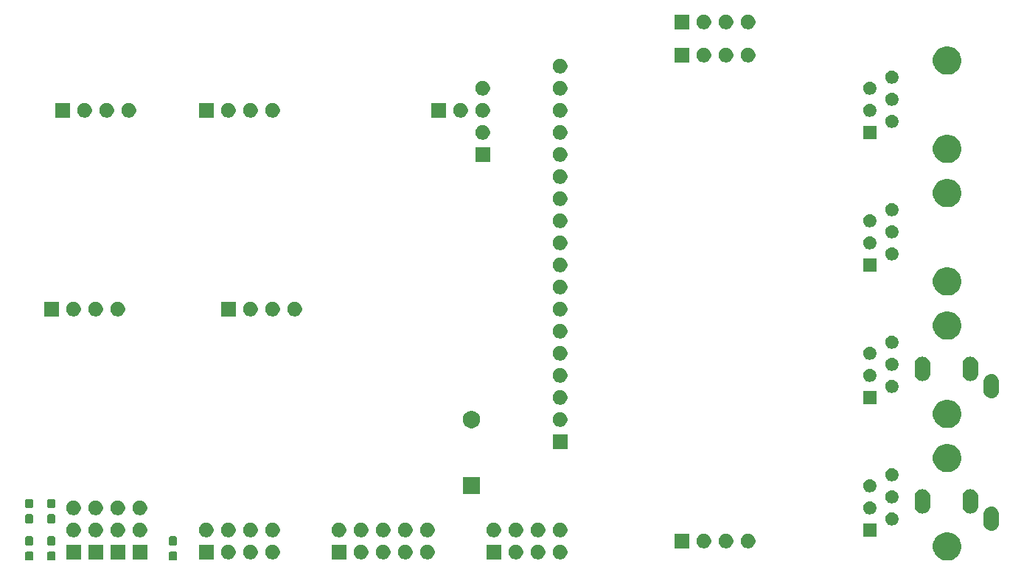
<source format=gbr>
G04 #@! TF.GenerationSoftware,KiCad,Pcbnew,5.1.5+dfsg1-2build2*
G04 #@! TF.CreationDate,2020-09-05T16:32:43+02:00*
G04 #@! TF.ProjectId,onstep-ramps-shield,6f6e7374-6570-42d7-9261-6d70732d7368,1*
G04 #@! TF.SameCoordinates,Original*
G04 #@! TF.FileFunction,Soldermask,Top*
G04 #@! TF.FilePolarity,Negative*
%FSLAX46Y46*%
G04 Gerber Fmt 4.6, Leading zero omitted, Abs format (unit mm)*
G04 Created by KiCad (PCBNEW 5.1.5+dfsg1-2build2) date 2020-09-05 16:32:43*
%MOMM*%
%LPD*%
G04 APERTURE LIST*
%ADD10C,0.152400*%
G04 APERTURE END LIST*
D10*
G36*
X90473908Y-115529320D02*
G01*
X90513729Y-115541400D01*
X90550423Y-115561012D01*
X90582589Y-115587411D01*
X90608988Y-115619577D01*
X90628600Y-115656271D01*
X90640680Y-115696092D01*
X90645000Y-115739954D01*
X90645000Y-116360046D01*
X90640680Y-116403908D01*
X90628600Y-116443729D01*
X90608988Y-116480423D01*
X90582589Y-116512589D01*
X90550423Y-116538988D01*
X90513729Y-116558600D01*
X90473908Y-116570680D01*
X90430046Y-116575000D01*
X89909954Y-116575000D01*
X89866092Y-116570680D01*
X89826271Y-116558600D01*
X89789577Y-116538988D01*
X89757411Y-116512589D01*
X89731012Y-116480423D01*
X89711400Y-116443729D01*
X89699320Y-116403908D01*
X89695000Y-116360046D01*
X89695000Y-115739954D01*
X89699320Y-115696092D01*
X89711400Y-115656271D01*
X89731012Y-115619577D01*
X89757411Y-115587411D01*
X89789577Y-115561012D01*
X89826271Y-115541400D01*
X89866092Y-115529320D01*
X89909954Y-115525000D01*
X90430046Y-115525000D01*
X90473908Y-115529320D01*
G37*
G36*
X93013908Y-115529320D02*
G01*
X93053729Y-115541400D01*
X93090423Y-115561012D01*
X93122589Y-115587411D01*
X93148988Y-115619577D01*
X93168600Y-115656271D01*
X93180680Y-115696092D01*
X93185000Y-115739954D01*
X93185000Y-116360046D01*
X93180680Y-116403908D01*
X93168600Y-116443729D01*
X93148988Y-116480423D01*
X93122589Y-116512589D01*
X93090423Y-116538988D01*
X93053729Y-116558600D01*
X93013908Y-116570680D01*
X92970046Y-116575000D01*
X92449954Y-116575000D01*
X92406092Y-116570680D01*
X92366271Y-116558600D01*
X92329577Y-116538988D01*
X92297411Y-116512589D01*
X92271012Y-116480423D01*
X92251400Y-116443729D01*
X92239320Y-116403908D01*
X92235000Y-116360046D01*
X92235000Y-115739954D01*
X92239320Y-115696092D01*
X92251400Y-115656271D01*
X92271012Y-115619577D01*
X92297411Y-115587411D01*
X92329577Y-115561012D01*
X92366271Y-115541400D01*
X92406092Y-115529320D01*
X92449954Y-115525000D01*
X92970046Y-115525000D01*
X93013908Y-115529320D01*
G37*
G36*
X106983908Y-115529320D02*
G01*
X107023729Y-115541400D01*
X107060423Y-115561012D01*
X107092589Y-115587411D01*
X107118988Y-115619577D01*
X107138600Y-115656271D01*
X107150680Y-115696092D01*
X107155000Y-115739954D01*
X107155000Y-116360046D01*
X107150680Y-116403908D01*
X107138600Y-116443729D01*
X107118988Y-116480423D01*
X107092589Y-116512589D01*
X107060423Y-116538988D01*
X107023729Y-116558600D01*
X106983908Y-116570680D01*
X106940046Y-116575000D01*
X106419954Y-116575000D01*
X106376092Y-116570680D01*
X106336271Y-116558600D01*
X106299577Y-116538988D01*
X106267411Y-116512589D01*
X106241012Y-116480423D01*
X106221400Y-116443729D01*
X106209320Y-116403908D01*
X106205000Y-116360046D01*
X106205000Y-115739954D01*
X106209320Y-115696092D01*
X106221400Y-115656271D01*
X106241012Y-115619577D01*
X106267411Y-115587411D01*
X106299577Y-115561012D01*
X106336271Y-115541400D01*
X106376092Y-115529320D01*
X106419954Y-115525000D01*
X106940046Y-115525000D01*
X106983908Y-115529320D01*
G37*
G36*
X196053993Y-113377447D02*
G01*
X196053996Y-113377448D01*
X196053995Y-113377448D01*
X196349726Y-113499943D01*
X196419762Y-113546740D01*
X196615876Y-113677779D01*
X196842221Y-113904124D01*
X196870263Y-113946092D01*
X197020057Y-114170274D01*
X197039114Y-114216282D01*
X197142553Y-114466007D01*
X197205000Y-114779950D01*
X197205000Y-115100050D01*
X197142553Y-115413993D01*
X197142552Y-115413995D01*
X197020057Y-115709726D01*
X196999859Y-115739954D01*
X196844393Y-115972626D01*
X196842220Y-115975877D01*
X196615877Y-116202220D01*
X196349726Y-116380057D01*
X196253294Y-116420000D01*
X196053993Y-116502553D01*
X195740050Y-116565000D01*
X195419950Y-116565000D01*
X195106007Y-116502553D01*
X194906706Y-116420000D01*
X194810274Y-116380057D01*
X194544123Y-116202220D01*
X194317780Y-115975877D01*
X194315608Y-115972626D01*
X194160141Y-115739954D01*
X194139943Y-115709726D01*
X194017448Y-115413995D01*
X194017447Y-115413993D01*
X193955000Y-115100050D01*
X193955000Y-114779950D01*
X194017447Y-114466007D01*
X194120886Y-114216282D01*
X194139943Y-114170274D01*
X194289737Y-113946092D01*
X194317779Y-113904124D01*
X194544124Y-113677779D01*
X194740238Y-113546740D01*
X194810274Y-113499943D01*
X195106005Y-113377448D01*
X195106004Y-113377448D01*
X195106007Y-113377447D01*
X195419950Y-113315000D01*
X195740050Y-113315000D01*
X196053993Y-113377447D01*
G37*
G36*
X151377934Y-114752664D02*
G01*
X151532625Y-114816739D01*
X151532626Y-114816740D01*
X151671844Y-114909762D01*
X151790238Y-115028156D01*
X151837065Y-115098238D01*
X151883261Y-115167375D01*
X151947336Y-115322066D01*
X151980000Y-115486281D01*
X151980000Y-115653719D01*
X151947336Y-115817934D01*
X151883261Y-115972625D01*
X151881088Y-115975877D01*
X151790238Y-116111844D01*
X151671844Y-116230238D01*
X151601762Y-116277065D01*
X151532625Y-116323261D01*
X151377934Y-116387336D01*
X151213719Y-116420000D01*
X151046281Y-116420000D01*
X150882066Y-116387336D01*
X150727375Y-116323261D01*
X150658238Y-116277065D01*
X150588156Y-116230238D01*
X150469762Y-116111844D01*
X150378912Y-115975877D01*
X150376739Y-115972625D01*
X150312664Y-115817934D01*
X150280000Y-115653719D01*
X150280000Y-115486281D01*
X150312664Y-115322066D01*
X150376739Y-115167375D01*
X150422935Y-115098238D01*
X150469762Y-115028156D01*
X150588156Y-114909762D01*
X150727374Y-114816740D01*
X150727375Y-114816739D01*
X150882066Y-114752664D01*
X151046281Y-114720000D01*
X151213719Y-114720000D01*
X151377934Y-114752664D01*
G37*
G36*
X115817934Y-114752664D02*
G01*
X115972625Y-114816739D01*
X115972626Y-114816740D01*
X116111844Y-114909762D01*
X116230238Y-115028156D01*
X116277065Y-115098238D01*
X116323261Y-115167375D01*
X116387336Y-115322066D01*
X116420000Y-115486281D01*
X116420000Y-115653719D01*
X116387336Y-115817934D01*
X116323261Y-115972625D01*
X116321088Y-115975877D01*
X116230238Y-116111844D01*
X116111844Y-116230238D01*
X116041762Y-116277065D01*
X115972625Y-116323261D01*
X115817934Y-116387336D01*
X115653719Y-116420000D01*
X115486281Y-116420000D01*
X115322066Y-116387336D01*
X115167375Y-116323261D01*
X115098238Y-116277065D01*
X115028156Y-116230238D01*
X114909762Y-116111844D01*
X114818912Y-115975877D01*
X114816739Y-115972625D01*
X114752664Y-115817934D01*
X114720000Y-115653719D01*
X114720000Y-115486281D01*
X114752664Y-115322066D01*
X114816739Y-115167375D01*
X114862935Y-115098238D01*
X114909762Y-115028156D01*
X115028156Y-114909762D01*
X115167374Y-114816740D01*
X115167375Y-114816739D01*
X115322066Y-114752664D01*
X115486281Y-114720000D01*
X115653719Y-114720000D01*
X115817934Y-114752664D01*
G37*
G36*
X118357934Y-114752664D02*
G01*
X118512625Y-114816739D01*
X118512626Y-114816740D01*
X118651844Y-114909762D01*
X118770238Y-115028156D01*
X118817065Y-115098238D01*
X118863261Y-115167375D01*
X118927336Y-115322066D01*
X118960000Y-115486281D01*
X118960000Y-115653719D01*
X118927336Y-115817934D01*
X118863261Y-115972625D01*
X118861088Y-115975877D01*
X118770238Y-116111844D01*
X118651844Y-116230238D01*
X118581762Y-116277065D01*
X118512625Y-116323261D01*
X118357934Y-116387336D01*
X118193719Y-116420000D01*
X118026281Y-116420000D01*
X117862066Y-116387336D01*
X117707375Y-116323261D01*
X117638238Y-116277065D01*
X117568156Y-116230238D01*
X117449762Y-116111844D01*
X117358912Y-115975877D01*
X117356739Y-115972625D01*
X117292664Y-115817934D01*
X117260000Y-115653719D01*
X117260000Y-115486281D01*
X117292664Y-115322066D01*
X117356739Y-115167375D01*
X117402935Y-115098238D01*
X117449762Y-115028156D01*
X117568156Y-114909762D01*
X117707374Y-114816740D01*
X117707375Y-114816739D01*
X117862066Y-114752664D01*
X118026281Y-114720000D01*
X118193719Y-114720000D01*
X118357934Y-114752664D01*
G37*
G36*
X126580000Y-116420000D02*
G01*
X124880000Y-116420000D01*
X124880000Y-114720000D01*
X126580000Y-114720000D01*
X126580000Y-116420000D01*
G37*
G36*
X128517934Y-114752664D02*
G01*
X128672625Y-114816739D01*
X128672626Y-114816740D01*
X128811844Y-114909762D01*
X128930238Y-115028156D01*
X128977065Y-115098238D01*
X129023261Y-115167375D01*
X129087336Y-115322066D01*
X129120000Y-115486281D01*
X129120000Y-115653719D01*
X129087336Y-115817934D01*
X129023261Y-115972625D01*
X129021088Y-115975877D01*
X128930238Y-116111844D01*
X128811844Y-116230238D01*
X128741762Y-116277065D01*
X128672625Y-116323261D01*
X128517934Y-116387336D01*
X128353719Y-116420000D01*
X128186281Y-116420000D01*
X128022066Y-116387336D01*
X127867375Y-116323261D01*
X127798238Y-116277065D01*
X127728156Y-116230238D01*
X127609762Y-116111844D01*
X127518912Y-115975877D01*
X127516739Y-115972625D01*
X127452664Y-115817934D01*
X127420000Y-115653719D01*
X127420000Y-115486281D01*
X127452664Y-115322066D01*
X127516739Y-115167375D01*
X127562935Y-115098238D01*
X127609762Y-115028156D01*
X127728156Y-114909762D01*
X127867374Y-114816740D01*
X127867375Y-114816739D01*
X128022066Y-114752664D01*
X128186281Y-114720000D01*
X128353719Y-114720000D01*
X128517934Y-114752664D01*
G37*
G36*
X131057934Y-114752664D02*
G01*
X131212625Y-114816739D01*
X131212626Y-114816740D01*
X131351844Y-114909762D01*
X131470238Y-115028156D01*
X131517065Y-115098238D01*
X131563261Y-115167375D01*
X131627336Y-115322066D01*
X131660000Y-115486281D01*
X131660000Y-115653719D01*
X131627336Y-115817934D01*
X131563261Y-115972625D01*
X131561088Y-115975877D01*
X131470238Y-116111844D01*
X131351844Y-116230238D01*
X131281762Y-116277065D01*
X131212625Y-116323261D01*
X131057934Y-116387336D01*
X130893719Y-116420000D01*
X130726281Y-116420000D01*
X130562066Y-116387336D01*
X130407375Y-116323261D01*
X130338238Y-116277065D01*
X130268156Y-116230238D01*
X130149762Y-116111844D01*
X130058912Y-115975877D01*
X130056739Y-115972625D01*
X129992664Y-115817934D01*
X129960000Y-115653719D01*
X129960000Y-115486281D01*
X129992664Y-115322066D01*
X130056739Y-115167375D01*
X130102935Y-115098238D01*
X130149762Y-115028156D01*
X130268156Y-114909762D01*
X130407374Y-114816740D01*
X130407375Y-114816739D01*
X130562066Y-114752664D01*
X130726281Y-114720000D01*
X130893719Y-114720000D01*
X131057934Y-114752664D01*
G37*
G36*
X133597934Y-114752664D02*
G01*
X133752625Y-114816739D01*
X133752626Y-114816740D01*
X133891844Y-114909762D01*
X134010238Y-115028156D01*
X134057065Y-115098238D01*
X134103261Y-115167375D01*
X134167336Y-115322066D01*
X134200000Y-115486281D01*
X134200000Y-115653719D01*
X134167336Y-115817934D01*
X134103261Y-115972625D01*
X134101088Y-115975877D01*
X134010238Y-116111844D01*
X133891844Y-116230238D01*
X133821762Y-116277065D01*
X133752625Y-116323261D01*
X133597934Y-116387336D01*
X133433719Y-116420000D01*
X133266281Y-116420000D01*
X133102066Y-116387336D01*
X132947375Y-116323261D01*
X132878238Y-116277065D01*
X132808156Y-116230238D01*
X132689762Y-116111844D01*
X132598912Y-115975877D01*
X132596739Y-115972625D01*
X132532664Y-115817934D01*
X132500000Y-115653719D01*
X132500000Y-115486281D01*
X132532664Y-115322066D01*
X132596739Y-115167375D01*
X132642935Y-115098238D01*
X132689762Y-115028156D01*
X132808156Y-114909762D01*
X132947374Y-114816740D01*
X132947375Y-114816739D01*
X133102066Y-114752664D01*
X133266281Y-114720000D01*
X133433719Y-114720000D01*
X133597934Y-114752664D01*
G37*
G36*
X136137934Y-114752664D02*
G01*
X136292625Y-114816739D01*
X136292626Y-114816740D01*
X136431844Y-114909762D01*
X136550238Y-115028156D01*
X136597065Y-115098238D01*
X136643261Y-115167375D01*
X136707336Y-115322066D01*
X136740000Y-115486281D01*
X136740000Y-115653719D01*
X136707336Y-115817934D01*
X136643261Y-115972625D01*
X136641088Y-115975877D01*
X136550238Y-116111844D01*
X136431844Y-116230238D01*
X136361762Y-116277065D01*
X136292625Y-116323261D01*
X136137934Y-116387336D01*
X135973719Y-116420000D01*
X135806281Y-116420000D01*
X135642066Y-116387336D01*
X135487375Y-116323261D01*
X135418238Y-116277065D01*
X135348156Y-116230238D01*
X135229762Y-116111844D01*
X135138912Y-115975877D01*
X135136739Y-115972625D01*
X135072664Y-115817934D01*
X135040000Y-115653719D01*
X135040000Y-115486281D01*
X135072664Y-115322066D01*
X135136739Y-115167375D01*
X135182935Y-115098238D01*
X135229762Y-115028156D01*
X135348156Y-114909762D01*
X135487374Y-114816740D01*
X135487375Y-114816739D01*
X135642066Y-114752664D01*
X135806281Y-114720000D01*
X135973719Y-114720000D01*
X136137934Y-114752664D01*
G37*
G36*
X144360000Y-116420000D02*
G01*
X142660000Y-116420000D01*
X142660000Y-114720000D01*
X144360000Y-114720000D01*
X144360000Y-116420000D01*
G37*
G36*
X148837934Y-114752664D02*
G01*
X148992625Y-114816739D01*
X148992626Y-114816740D01*
X149131844Y-114909762D01*
X149250238Y-115028156D01*
X149297065Y-115098238D01*
X149343261Y-115167375D01*
X149407336Y-115322066D01*
X149440000Y-115486281D01*
X149440000Y-115653719D01*
X149407336Y-115817934D01*
X149343261Y-115972625D01*
X149341088Y-115975877D01*
X149250238Y-116111844D01*
X149131844Y-116230238D01*
X149061762Y-116277065D01*
X148992625Y-116323261D01*
X148837934Y-116387336D01*
X148673719Y-116420000D01*
X148506281Y-116420000D01*
X148342066Y-116387336D01*
X148187375Y-116323261D01*
X148118238Y-116277065D01*
X148048156Y-116230238D01*
X147929762Y-116111844D01*
X147838912Y-115975877D01*
X147836739Y-115972625D01*
X147772664Y-115817934D01*
X147740000Y-115653719D01*
X147740000Y-115486281D01*
X147772664Y-115322066D01*
X147836739Y-115167375D01*
X147882935Y-115098238D01*
X147929762Y-115028156D01*
X148048156Y-114909762D01*
X148187374Y-114816740D01*
X148187375Y-114816739D01*
X148342066Y-114752664D01*
X148506281Y-114720000D01*
X148673719Y-114720000D01*
X148837934Y-114752664D01*
G37*
G36*
X96100000Y-116420000D02*
G01*
X94400000Y-116420000D01*
X94400000Y-114720000D01*
X96100000Y-114720000D01*
X96100000Y-116420000D01*
G37*
G36*
X98640000Y-116420000D02*
G01*
X96940000Y-116420000D01*
X96940000Y-114720000D01*
X98640000Y-114720000D01*
X98640000Y-116420000D01*
G37*
G36*
X101180000Y-116420000D02*
G01*
X99480000Y-116420000D01*
X99480000Y-114720000D01*
X101180000Y-114720000D01*
X101180000Y-116420000D01*
G37*
G36*
X103720000Y-116420000D02*
G01*
X102020000Y-116420000D01*
X102020000Y-114720000D01*
X103720000Y-114720000D01*
X103720000Y-116420000D01*
G37*
G36*
X111340000Y-116420000D02*
G01*
X109640000Y-116420000D01*
X109640000Y-114720000D01*
X111340000Y-114720000D01*
X111340000Y-116420000D01*
G37*
G36*
X146297934Y-114752664D02*
G01*
X146452625Y-114816739D01*
X146452626Y-114816740D01*
X146591844Y-114909762D01*
X146710238Y-115028156D01*
X146757065Y-115098238D01*
X146803261Y-115167375D01*
X146867336Y-115322066D01*
X146900000Y-115486281D01*
X146900000Y-115653719D01*
X146867336Y-115817934D01*
X146803261Y-115972625D01*
X146801088Y-115975877D01*
X146710238Y-116111844D01*
X146591844Y-116230238D01*
X146521762Y-116277065D01*
X146452625Y-116323261D01*
X146297934Y-116387336D01*
X146133719Y-116420000D01*
X145966281Y-116420000D01*
X145802066Y-116387336D01*
X145647375Y-116323261D01*
X145578238Y-116277065D01*
X145508156Y-116230238D01*
X145389762Y-116111844D01*
X145298912Y-115975877D01*
X145296739Y-115972625D01*
X145232664Y-115817934D01*
X145200000Y-115653719D01*
X145200000Y-115486281D01*
X145232664Y-115322066D01*
X145296739Y-115167375D01*
X145342935Y-115098238D01*
X145389762Y-115028156D01*
X145508156Y-114909762D01*
X145647374Y-114816740D01*
X145647375Y-114816739D01*
X145802066Y-114752664D01*
X145966281Y-114720000D01*
X146133719Y-114720000D01*
X146297934Y-114752664D01*
G37*
G36*
X113277934Y-114752664D02*
G01*
X113432625Y-114816739D01*
X113432626Y-114816740D01*
X113571844Y-114909762D01*
X113690238Y-115028156D01*
X113737065Y-115098238D01*
X113783261Y-115167375D01*
X113847336Y-115322066D01*
X113880000Y-115486281D01*
X113880000Y-115653719D01*
X113847336Y-115817934D01*
X113783261Y-115972625D01*
X113781088Y-115975877D01*
X113690238Y-116111844D01*
X113571844Y-116230238D01*
X113501762Y-116277065D01*
X113432625Y-116323261D01*
X113277934Y-116387336D01*
X113113719Y-116420000D01*
X112946281Y-116420000D01*
X112782066Y-116387336D01*
X112627375Y-116323261D01*
X112558238Y-116277065D01*
X112488156Y-116230238D01*
X112369762Y-116111844D01*
X112278912Y-115975877D01*
X112276739Y-115972625D01*
X112212664Y-115817934D01*
X112180000Y-115653719D01*
X112180000Y-115486281D01*
X112212664Y-115322066D01*
X112276739Y-115167375D01*
X112322935Y-115098238D01*
X112369762Y-115028156D01*
X112488156Y-114909762D01*
X112627374Y-114816740D01*
X112627375Y-114816739D01*
X112782066Y-114752664D01*
X112946281Y-114720000D01*
X113113719Y-114720000D01*
X113277934Y-114752664D01*
G37*
G36*
X172967934Y-113482664D02*
G01*
X173122625Y-113546739D01*
X173122626Y-113546740D01*
X173261844Y-113639762D01*
X173380238Y-113758156D01*
X173401515Y-113790000D01*
X173473261Y-113897375D01*
X173537336Y-114052066D01*
X173570000Y-114216281D01*
X173570000Y-114383719D01*
X173537336Y-114547934D01*
X173473261Y-114702625D01*
X173473260Y-114702626D01*
X173380238Y-114841844D01*
X173261844Y-114960238D01*
X173191762Y-115007065D01*
X173122625Y-115053261D01*
X172967934Y-115117336D01*
X172803719Y-115150000D01*
X172636281Y-115150000D01*
X172472066Y-115117336D01*
X172317375Y-115053261D01*
X172248238Y-115007065D01*
X172178156Y-114960238D01*
X172059762Y-114841844D01*
X171966740Y-114702626D01*
X171966739Y-114702625D01*
X171902664Y-114547934D01*
X171870000Y-114383719D01*
X171870000Y-114216281D01*
X171902664Y-114052066D01*
X171966739Y-113897375D01*
X172038485Y-113790000D01*
X172059762Y-113758156D01*
X172178156Y-113639762D01*
X172317374Y-113546740D01*
X172317375Y-113546739D01*
X172472066Y-113482664D01*
X172636281Y-113450000D01*
X172803719Y-113450000D01*
X172967934Y-113482664D01*
G37*
G36*
X170427934Y-113482664D02*
G01*
X170582625Y-113546739D01*
X170582626Y-113546740D01*
X170721844Y-113639762D01*
X170840238Y-113758156D01*
X170861515Y-113790000D01*
X170933261Y-113897375D01*
X170997336Y-114052066D01*
X171030000Y-114216281D01*
X171030000Y-114383719D01*
X170997336Y-114547934D01*
X170933261Y-114702625D01*
X170933260Y-114702626D01*
X170840238Y-114841844D01*
X170721844Y-114960238D01*
X170651762Y-115007065D01*
X170582625Y-115053261D01*
X170427934Y-115117336D01*
X170263719Y-115150000D01*
X170096281Y-115150000D01*
X169932066Y-115117336D01*
X169777375Y-115053261D01*
X169708238Y-115007065D01*
X169638156Y-114960238D01*
X169519762Y-114841844D01*
X169426740Y-114702626D01*
X169426739Y-114702625D01*
X169362664Y-114547934D01*
X169330000Y-114383719D01*
X169330000Y-114216281D01*
X169362664Y-114052066D01*
X169426739Y-113897375D01*
X169498485Y-113790000D01*
X169519762Y-113758156D01*
X169638156Y-113639762D01*
X169777374Y-113546740D01*
X169777375Y-113546739D01*
X169932066Y-113482664D01*
X170096281Y-113450000D01*
X170263719Y-113450000D01*
X170427934Y-113482664D01*
G37*
G36*
X167887934Y-113482664D02*
G01*
X168042625Y-113546739D01*
X168042626Y-113546740D01*
X168181844Y-113639762D01*
X168300238Y-113758156D01*
X168321515Y-113790000D01*
X168393261Y-113897375D01*
X168457336Y-114052066D01*
X168490000Y-114216281D01*
X168490000Y-114383719D01*
X168457336Y-114547934D01*
X168393261Y-114702625D01*
X168393260Y-114702626D01*
X168300238Y-114841844D01*
X168181844Y-114960238D01*
X168111762Y-115007065D01*
X168042625Y-115053261D01*
X167887934Y-115117336D01*
X167723719Y-115150000D01*
X167556281Y-115150000D01*
X167392066Y-115117336D01*
X167237375Y-115053261D01*
X167168238Y-115007065D01*
X167098156Y-114960238D01*
X166979762Y-114841844D01*
X166886740Y-114702626D01*
X166886739Y-114702625D01*
X166822664Y-114547934D01*
X166790000Y-114383719D01*
X166790000Y-114216281D01*
X166822664Y-114052066D01*
X166886739Y-113897375D01*
X166958485Y-113790000D01*
X166979762Y-113758156D01*
X167098156Y-113639762D01*
X167237374Y-113546740D01*
X167237375Y-113546739D01*
X167392066Y-113482664D01*
X167556281Y-113450000D01*
X167723719Y-113450000D01*
X167887934Y-113482664D01*
G37*
G36*
X165950000Y-115150000D02*
G01*
X164250000Y-115150000D01*
X164250000Y-113450000D01*
X165950000Y-113450000D01*
X165950000Y-115150000D01*
G37*
G36*
X106983908Y-113779320D02*
G01*
X107023729Y-113791400D01*
X107060423Y-113811012D01*
X107092589Y-113837411D01*
X107118988Y-113869577D01*
X107138600Y-113906271D01*
X107150680Y-113946092D01*
X107155000Y-113989954D01*
X107155000Y-114610046D01*
X107150680Y-114653908D01*
X107138600Y-114693729D01*
X107118988Y-114730423D01*
X107092589Y-114762589D01*
X107060423Y-114788988D01*
X107023729Y-114808600D01*
X106983908Y-114820680D01*
X106940046Y-114825000D01*
X106419954Y-114825000D01*
X106376092Y-114820680D01*
X106336271Y-114808600D01*
X106299577Y-114788988D01*
X106267411Y-114762589D01*
X106241012Y-114730423D01*
X106221400Y-114693729D01*
X106209320Y-114653908D01*
X106205000Y-114610046D01*
X106205000Y-113989954D01*
X106209320Y-113946092D01*
X106221400Y-113906271D01*
X106241012Y-113869577D01*
X106267411Y-113837411D01*
X106299577Y-113811012D01*
X106336271Y-113791400D01*
X106376092Y-113779320D01*
X106419954Y-113775000D01*
X106940046Y-113775000D01*
X106983908Y-113779320D01*
G37*
G36*
X93013908Y-113779320D02*
G01*
X93053729Y-113791400D01*
X93090423Y-113811012D01*
X93122589Y-113837411D01*
X93148988Y-113869577D01*
X93168600Y-113906271D01*
X93180680Y-113946092D01*
X93185000Y-113989954D01*
X93185000Y-114610046D01*
X93180680Y-114653908D01*
X93168600Y-114693729D01*
X93148988Y-114730423D01*
X93122589Y-114762589D01*
X93090423Y-114788988D01*
X93053729Y-114808600D01*
X93013908Y-114820680D01*
X92970046Y-114825000D01*
X92449954Y-114825000D01*
X92406092Y-114820680D01*
X92366271Y-114808600D01*
X92329577Y-114788988D01*
X92297411Y-114762589D01*
X92271012Y-114730423D01*
X92251400Y-114693729D01*
X92239320Y-114653908D01*
X92235000Y-114610046D01*
X92235000Y-113989954D01*
X92239320Y-113946092D01*
X92251400Y-113906271D01*
X92271012Y-113869577D01*
X92297411Y-113837411D01*
X92329577Y-113811012D01*
X92366271Y-113791400D01*
X92406092Y-113779320D01*
X92449954Y-113775000D01*
X92970046Y-113775000D01*
X93013908Y-113779320D01*
G37*
G36*
X90473908Y-113779320D02*
G01*
X90513729Y-113791400D01*
X90550423Y-113811012D01*
X90582589Y-113837411D01*
X90608988Y-113869577D01*
X90628600Y-113906271D01*
X90640680Y-113946092D01*
X90645000Y-113989954D01*
X90645000Y-114610046D01*
X90640680Y-114653908D01*
X90628600Y-114693729D01*
X90608988Y-114730423D01*
X90582589Y-114762589D01*
X90550423Y-114788988D01*
X90513729Y-114808600D01*
X90473908Y-114820680D01*
X90430046Y-114825000D01*
X89909954Y-114825000D01*
X89866092Y-114820680D01*
X89826271Y-114808600D01*
X89789577Y-114788988D01*
X89757411Y-114762589D01*
X89731012Y-114730423D01*
X89711400Y-114693729D01*
X89699320Y-114653908D01*
X89695000Y-114610046D01*
X89695000Y-113989954D01*
X89699320Y-113946092D01*
X89711400Y-113906271D01*
X89731012Y-113869577D01*
X89757411Y-113837411D01*
X89789577Y-113811012D01*
X89826271Y-113791400D01*
X89866092Y-113779320D01*
X89909954Y-113775000D01*
X90430046Y-113775000D01*
X90473908Y-113779320D01*
G37*
G36*
X131057934Y-112212664D02*
G01*
X131212625Y-112276739D01*
X131281762Y-112322935D01*
X131351844Y-112369762D01*
X131470238Y-112488156D01*
X131491515Y-112520000D01*
X131563261Y-112627375D01*
X131627336Y-112782066D01*
X131660000Y-112946281D01*
X131660000Y-113113719D01*
X131627336Y-113277934D01*
X131563261Y-113432625D01*
X131563260Y-113432626D01*
X131470238Y-113571844D01*
X131351844Y-113690238D01*
X131281762Y-113737065D01*
X131212625Y-113783261D01*
X131057934Y-113847336D01*
X130893719Y-113880000D01*
X130726281Y-113880000D01*
X130562066Y-113847336D01*
X130407375Y-113783261D01*
X130338238Y-113737065D01*
X130268156Y-113690238D01*
X130149762Y-113571844D01*
X130056740Y-113432626D01*
X130056739Y-113432625D01*
X129992664Y-113277934D01*
X129960000Y-113113719D01*
X129960000Y-112946281D01*
X129992664Y-112782066D01*
X130056739Y-112627375D01*
X130128485Y-112520000D01*
X130149762Y-112488156D01*
X130268156Y-112369762D01*
X130338238Y-112322935D01*
X130407375Y-112276739D01*
X130562066Y-112212664D01*
X130726281Y-112180000D01*
X130893719Y-112180000D01*
X131057934Y-112212664D01*
G37*
G36*
X128517934Y-112212664D02*
G01*
X128672625Y-112276739D01*
X128741762Y-112322935D01*
X128811844Y-112369762D01*
X128930238Y-112488156D01*
X128951515Y-112520000D01*
X129023261Y-112627375D01*
X129087336Y-112782066D01*
X129120000Y-112946281D01*
X129120000Y-113113719D01*
X129087336Y-113277934D01*
X129023261Y-113432625D01*
X129023260Y-113432626D01*
X128930238Y-113571844D01*
X128811844Y-113690238D01*
X128741762Y-113737065D01*
X128672625Y-113783261D01*
X128517934Y-113847336D01*
X128353719Y-113880000D01*
X128186281Y-113880000D01*
X128022066Y-113847336D01*
X127867375Y-113783261D01*
X127798238Y-113737065D01*
X127728156Y-113690238D01*
X127609762Y-113571844D01*
X127516740Y-113432626D01*
X127516739Y-113432625D01*
X127452664Y-113277934D01*
X127420000Y-113113719D01*
X127420000Y-112946281D01*
X127452664Y-112782066D01*
X127516739Y-112627375D01*
X127588485Y-112520000D01*
X127609762Y-112488156D01*
X127728156Y-112369762D01*
X127798238Y-112322935D01*
X127867375Y-112276739D01*
X128022066Y-112212664D01*
X128186281Y-112180000D01*
X128353719Y-112180000D01*
X128517934Y-112212664D01*
G37*
G36*
X125977934Y-112212664D02*
G01*
X126132625Y-112276739D01*
X126201762Y-112322935D01*
X126271844Y-112369762D01*
X126390238Y-112488156D01*
X126411515Y-112520000D01*
X126483261Y-112627375D01*
X126547336Y-112782066D01*
X126580000Y-112946281D01*
X126580000Y-113113719D01*
X126547336Y-113277934D01*
X126483261Y-113432625D01*
X126483260Y-113432626D01*
X126390238Y-113571844D01*
X126271844Y-113690238D01*
X126201762Y-113737065D01*
X126132625Y-113783261D01*
X125977934Y-113847336D01*
X125813719Y-113880000D01*
X125646281Y-113880000D01*
X125482066Y-113847336D01*
X125327375Y-113783261D01*
X125258238Y-113737065D01*
X125188156Y-113690238D01*
X125069762Y-113571844D01*
X124976740Y-113432626D01*
X124976739Y-113432625D01*
X124912664Y-113277934D01*
X124880000Y-113113719D01*
X124880000Y-112946281D01*
X124912664Y-112782066D01*
X124976739Y-112627375D01*
X125048485Y-112520000D01*
X125069762Y-112488156D01*
X125188156Y-112369762D01*
X125258238Y-112322935D01*
X125327375Y-112276739D01*
X125482066Y-112212664D01*
X125646281Y-112180000D01*
X125813719Y-112180000D01*
X125977934Y-112212664D01*
G37*
G36*
X95497934Y-112212664D02*
G01*
X95652625Y-112276739D01*
X95721762Y-112322935D01*
X95791844Y-112369762D01*
X95910238Y-112488156D01*
X95931515Y-112520000D01*
X96003261Y-112627375D01*
X96067336Y-112782066D01*
X96100000Y-112946281D01*
X96100000Y-113113719D01*
X96067336Y-113277934D01*
X96003261Y-113432625D01*
X96003260Y-113432626D01*
X95910238Y-113571844D01*
X95791844Y-113690238D01*
X95721762Y-113737065D01*
X95652625Y-113783261D01*
X95497934Y-113847336D01*
X95333719Y-113880000D01*
X95166281Y-113880000D01*
X95002066Y-113847336D01*
X94847375Y-113783261D01*
X94778238Y-113737065D01*
X94708156Y-113690238D01*
X94589762Y-113571844D01*
X94496740Y-113432626D01*
X94496739Y-113432625D01*
X94432664Y-113277934D01*
X94400000Y-113113719D01*
X94400000Y-112946281D01*
X94432664Y-112782066D01*
X94496739Y-112627375D01*
X94568485Y-112520000D01*
X94589762Y-112488156D01*
X94708156Y-112369762D01*
X94778238Y-112322935D01*
X94847375Y-112276739D01*
X95002066Y-112212664D01*
X95166281Y-112180000D01*
X95333719Y-112180000D01*
X95497934Y-112212664D01*
G37*
G36*
X118357934Y-112212664D02*
G01*
X118512625Y-112276739D01*
X118581762Y-112322935D01*
X118651844Y-112369762D01*
X118770238Y-112488156D01*
X118791515Y-112520000D01*
X118863261Y-112627375D01*
X118927336Y-112782066D01*
X118960000Y-112946281D01*
X118960000Y-113113719D01*
X118927336Y-113277934D01*
X118863261Y-113432625D01*
X118863260Y-113432626D01*
X118770238Y-113571844D01*
X118651844Y-113690238D01*
X118581762Y-113737065D01*
X118512625Y-113783261D01*
X118357934Y-113847336D01*
X118193719Y-113880000D01*
X118026281Y-113880000D01*
X117862066Y-113847336D01*
X117707375Y-113783261D01*
X117638238Y-113737065D01*
X117568156Y-113690238D01*
X117449762Y-113571844D01*
X117356740Y-113432626D01*
X117356739Y-113432625D01*
X117292664Y-113277934D01*
X117260000Y-113113719D01*
X117260000Y-112946281D01*
X117292664Y-112782066D01*
X117356739Y-112627375D01*
X117428485Y-112520000D01*
X117449762Y-112488156D01*
X117568156Y-112369762D01*
X117638238Y-112322935D01*
X117707375Y-112276739D01*
X117862066Y-112212664D01*
X118026281Y-112180000D01*
X118193719Y-112180000D01*
X118357934Y-112212664D01*
G37*
G36*
X151377934Y-112212664D02*
G01*
X151532625Y-112276739D01*
X151601762Y-112322935D01*
X151671844Y-112369762D01*
X151790238Y-112488156D01*
X151811515Y-112520000D01*
X151883261Y-112627375D01*
X151947336Y-112782066D01*
X151980000Y-112946281D01*
X151980000Y-113113719D01*
X151947336Y-113277934D01*
X151883261Y-113432625D01*
X151883260Y-113432626D01*
X151790238Y-113571844D01*
X151671844Y-113690238D01*
X151601762Y-113737065D01*
X151532625Y-113783261D01*
X151377934Y-113847336D01*
X151213719Y-113880000D01*
X151046281Y-113880000D01*
X150882066Y-113847336D01*
X150727375Y-113783261D01*
X150658238Y-113737065D01*
X150588156Y-113690238D01*
X150469762Y-113571844D01*
X150376740Y-113432626D01*
X150376739Y-113432625D01*
X150312664Y-113277934D01*
X150280000Y-113113719D01*
X150280000Y-112946281D01*
X150312664Y-112782066D01*
X150376739Y-112627375D01*
X150448485Y-112520000D01*
X150469762Y-112488156D01*
X150588156Y-112369762D01*
X150658238Y-112322935D01*
X150727375Y-112276739D01*
X150882066Y-112212664D01*
X151046281Y-112180000D01*
X151213719Y-112180000D01*
X151377934Y-112212664D01*
G37*
G36*
X115817934Y-112212664D02*
G01*
X115972625Y-112276739D01*
X116041762Y-112322935D01*
X116111844Y-112369762D01*
X116230238Y-112488156D01*
X116251515Y-112520000D01*
X116323261Y-112627375D01*
X116387336Y-112782066D01*
X116420000Y-112946281D01*
X116420000Y-113113719D01*
X116387336Y-113277934D01*
X116323261Y-113432625D01*
X116323260Y-113432626D01*
X116230238Y-113571844D01*
X116111844Y-113690238D01*
X116041762Y-113737065D01*
X115972625Y-113783261D01*
X115817934Y-113847336D01*
X115653719Y-113880000D01*
X115486281Y-113880000D01*
X115322066Y-113847336D01*
X115167375Y-113783261D01*
X115098238Y-113737065D01*
X115028156Y-113690238D01*
X114909762Y-113571844D01*
X114816740Y-113432626D01*
X114816739Y-113432625D01*
X114752664Y-113277934D01*
X114720000Y-113113719D01*
X114720000Y-112946281D01*
X114752664Y-112782066D01*
X114816739Y-112627375D01*
X114888485Y-112520000D01*
X114909762Y-112488156D01*
X115028156Y-112369762D01*
X115098238Y-112322935D01*
X115167375Y-112276739D01*
X115322066Y-112212664D01*
X115486281Y-112180000D01*
X115653719Y-112180000D01*
X115817934Y-112212664D01*
G37*
G36*
X148837934Y-112212664D02*
G01*
X148992625Y-112276739D01*
X149061762Y-112322935D01*
X149131844Y-112369762D01*
X149250238Y-112488156D01*
X149271515Y-112520000D01*
X149343261Y-112627375D01*
X149407336Y-112782066D01*
X149440000Y-112946281D01*
X149440000Y-113113719D01*
X149407336Y-113277934D01*
X149343261Y-113432625D01*
X149343260Y-113432626D01*
X149250238Y-113571844D01*
X149131844Y-113690238D01*
X149061762Y-113737065D01*
X148992625Y-113783261D01*
X148837934Y-113847336D01*
X148673719Y-113880000D01*
X148506281Y-113880000D01*
X148342066Y-113847336D01*
X148187375Y-113783261D01*
X148118238Y-113737065D01*
X148048156Y-113690238D01*
X147929762Y-113571844D01*
X147836740Y-113432626D01*
X147836739Y-113432625D01*
X147772664Y-113277934D01*
X147740000Y-113113719D01*
X147740000Y-112946281D01*
X147772664Y-112782066D01*
X147836739Y-112627375D01*
X147908485Y-112520000D01*
X147929762Y-112488156D01*
X148048156Y-112369762D01*
X148118238Y-112322935D01*
X148187375Y-112276739D01*
X148342066Y-112212664D01*
X148506281Y-112180000D01*
X148673719Y-112180000D01*
X148837934Y-112212664D01*
G37*
G36*
X113277934Y-112212664D02*
G01*
X113432625Y-112276739D01*
X113501762Y-112322935D01*
X113571844Y-112369762D01*
X113690238Y-112488156D01*
X113711515Y-112520000D01*
X113783261Y-112627375D01*
X113847336Y-112782066D01*
X113880000Y-112946281D01*
X113880000Y-113113719D01*
X113847336Y-113277934D01*
X113783261Y-113432625D01*
X113783260Y-113432626D01*
X113690238Y-113571844D01*
X113571844Y-113690238D01*
X113501762Y-113737065D01*
X113432625Y-113783261D01*
X113277934Y-113847336D01*
X113113719Y-113880000D01*
X112946281Y-113880000D01*
X112782066Y-113847336D01*
X112627375Y-113783261D01*
X112558238Y-113737065D01*
X112488156Y-113690238D01*
X112369762Y-113571844D01*
X112276740Y-113432626D01*
X112276739Y-113432625D01*
X112212664Y-113277934D01*
X112180000Y-113113719D01*
X112180000Y-112946281D01*
X112212664Y-112782066D01*
X112276739Y-112627375D01*
X112348485Y-112520000D01*
X112369762Y-112488156D01*
X112488156Y-112369762D01*
X112558238Y-112322935D01*
X112627375Y-112276739D01*
X112782066Y-112212664D01*
X112946281Y-112180000D01*
X113113719Y-112180000D01*
X113277934Y-112212664D01*
G37*
G36*
X110737934Y-112212664D02*
G01*
X110892625Y-112276739D01*
X110961762Y-112322935D01*
X111031844Y-112369762D01*
X111150238Y-112488156D01*
X111171515Y-112520000D01*
X111243261Y-112627375D01*
X111307336Y-112782066D01*
X111340000Y-112946281D01*
X111340000Y-113113719D01*
X111307336Y-113277934D01*
X111243261Y-113432625D01*
X111243260Y-113432626D01*
X111150238Y-113571844D01*
X111031844Y-113690238D01*
X110961762Y-113737065D01*
X110892625Y-113783261D01*
X110737934Y-113847336D01*
X110573719Y-113880000D01*
X110406281Y-113880000D01*
X110242066Y-113847336D01*
X110087375Y-113783261D01*
X110018238Y-113737065D01*
X109948156Y-113690238D01*
X109829762Y-113571844D01*
X109736740Y-113432626D01*
X109736739Y-113432625D01*
X109672664Y-113277934D01*
X109640000Y-113113719D01*
X109640000Y-112946281D01*
X109672664Y-112782066D01*
X109736739Y-112627375D01*
X109808485Y-112520000D01*
X109829762Y-112488156D01*
X109948156Y-112369762D01*
X110018238Y-112322935D01*
X110087375Y-112276739D01*
X110242066Y-112212664D01*
X110406281Y-112180000D01*
X110573719Y-112180000D01*
X110737934Y-112212664D01*
G37*
G36*
X146297934Y-112212664D02*
G01*
X146452625Y-112276739D01*
X146521762Y-112322935D01*
X146591844Y-112369762D01*
X146710238Y-112488156D01*
X146731515Y-112520000D01*
X146803261Y-112627375D01*
X146867336Y-112782066D01*
X146900000Y-112946281D01*
X146900000Y-113113719D01*
X146867336Y-113277934D01*
X146803261Y-113432625D01*
X146803260Y-113432626D01*
X146710238Y-113571844D01*
X146591844Y-113690238D01*
X146521762Y-113737065D01*
X146452625Y-113783261D01*
X146297934Y-113847336D01*
X146133719Y-113880000D01*
X145966281Y-113880000D01*
X145802066Y-113847336D01*
X145647375Y-113783261D01*
X145578238Y-113737065D01*
X145508156Y-113690238D01*
X145389762Y-113571844D01*
X145296740Y-113432626D01*
X145296739Y-113432625D01*
X145232664Y-113277934D01*
X145200000Y-113113719D01*
X145200000Y-112946281D01*
X145232664Y-112782066D01*
X145296739Y-112627375D01*
X145368485Y-112520000D01*
X145389762Y-112488156D01*
X145508156Y-112369762D01*
X145578238Y-112322935D01*
X145647375Y-112276739D01*
X145802066Y-112212664D01*
X145966281Y-112180000D01*
X146133719Y-112180000D01*
X146297934Y-112212664D01*
G37*
G36*
X98037934Y-112212664D02*
G01*
X98192625Y-112276739D01*
X98261762Y-112322935D01*
X98331844Y-112369762D01*
X98450238Y-112488156D01*
X98471515Y-112520000D01*
X98543261Y-112627375D01*
X98607336Y-112782066D01*
X98640000Y-112946281D01*
X98640000Y-113113719D01*
X98607336Y-113277934D01*
X98543261Y-113432625D01*
X98543260Y-113432626D01*
X98450238Y-113571844D01*
X98331844Y-113690238D01*
X98261762Y-113737065D01*
X98192625Y-113783261D01*
X98037934Y-113847336D01*
X97873719Y-113880000D01*
X97706281Y-113880000D01*
X97542066Y-113847336D01*
X97387375Y-113783261D01*
X97318238Y-113737065D01*
X97248156Y-113690238D01*
X97129762Y-113571844D01*
X97036740Y-113432626D01*
X97036739Y-113432625D01*
X96972664Y-113277934D01*
X96940000Y-113113719D01*
X96940000Y-112946281D01*
X96972664Y-112782066D01*
X97036739Y-112627375D01*
X97108485Y-112520000D01*
X97129762Y-112488156D01*
X97248156Y-112369762D01*
X97318238Y-112322935D01*
X97387375Y-112276739D01*
X97542066Y-112212664D01*
X97706281Y-112180000D01*
X97873719Y-112180000D01*
X98037934Y-112212664D01*
G37*
G36*
X103117934Y-112212664D02*
G01*
X103272625Y-112276739D01*
X103341762Y-112322935D01*
X103411844Y-112369762D01*
X103530238Y-112488156D01*
X103551515Y-112520000D01*
X103623261Y-112627375D01*
X103687336Y-112782066D01*
X103720000Y-112946281D01*
X103720000Y-113113719D01*
X103687336Y-113277934D01*
X103623261Y-113432625D01*
X103623260Y-113432626D01*
X103530238Y-113571844D01*
X103411844Y-113690238D01*
X103341762Y-113737065D01*
X103272625Y-113783261D01*
X103117934Y-113847336D01*
X102953719Y-113880000D01*
X102786281Y-113880000D01*
X102622066Y-113847336D01*
X102467375Y-113783261D01*
X102398238Y-113737065D01*
X102328156Y-113690238D01*
X102209762Y-113571844D01*
X102116740Y-113432626D01*
X102116739Y-113432625D01*
X102052664Y-113277934D01*
X102020000Y-113113719D01*
X102020000Y-112946281D01*
X102052664Y-112782066D01*
X102116739Y-112627375D01*
X102188485Y-112520000D01*
X102209762Y-112488156D01*
X102328156Y-112369762D01*
X102398238Y-112322935D01*
X102467375Y-112276739D01*
X102622066Y-112212664D01*
X102786281Y-112180000D01*
X102953719Y-112180000D01*
X103117934Y-112212664D01*
G37*
G36*
X133597934Y-112212664D02*
G01*
X133752625Y-112276739D01*
X133821762Y-112322935D01*
X133891844Y-112369762D01*
X134010238Y-112488156D01*
X134031515Y-112520000D01*
X134103261Y-112627375D01*
X134167336Y-112782066D01*
X134200000Y-112946281D01*
X134200000Y-113113719D01*
X134167336Y-113277934D01*
X134103261Y-113432625D01*
X134103260Y-113432626D01*
X134010238Y-113571844D01*
X133891844Y-113690238D01*
X133821762Y-113737065D01*
X133752625Y-113783261D01*
X133597934Y-113847336D01*
X133433719Y-113880000D01*
X133266281Y-113880000D01*
X133102066Y-113847336D01*
X132947375Y-113783261D01*
X132878238Y-113737065D01*
X132808156Y-113690238D01*
X132689762Y-113571844D01*
X132596740Y-113432626D01*
X132596739Y-113432625D01*
X132532664Y-113277934D01*
X132500000Y-113113719D01*
X132500000Y-112946281D01*
X132532664Y-112782066D01*
X132596739Y-112627375D01*
X132668485Y-112520000D01*
X132689762Y-112488156D01*
X132808156Y-112369762D01*
X132878238Y-112322935D01*
X132947375Y-112276739D01*
X133102066Y-112212664D01*
X133266281Y-112180000D01*
X133433719Y-112180000D01*
X133597934Y-112212664D01*
G37*
G36*
X100577934Y-112212664D02*
G01*
X100732625Y-112276739D01*
X100801762Y-112322935D01*
X100871844Y-112369762D01*
X100990238Y-112488156D01*
X101011515Y-112520000D01*
X101083261Y-112627375D01*
X101147336Y-112782066D01*
X101180000Y-112946281D01*
X101180000Y-113113719D01*
X101147336Y-113277934D01*
X101083261Y-113432625D01*
X101083260Y-113432626D01*
X100990238Y-113571844D01*
X100871844Y-113690238D01*
X100801762Y-113737065D01*
X100732625Y-113783261D01*
X100577934Y-113847336D01*
X100413719Y-113880000D01*
X100246281Y-113880000D01*
X100082066Y-113847336D01*
X99927375Y-113783261D01*
X99858238Y-113737065D01*
X99788156Y-113690238D01*
X99669762Y-113571844D01*
X99576740Y-113432626D01*
X99576739Y-113432625D01*
X99512664Y-113277934D01*
X99480000Y-113113719D01*
X99480000Y-112946281D01*
X99512664Y-112782066D01*
X99576739Y-112627375D01*
X99648485Y-112520000D01*
X99669762Y-112488156D01*
X99788156Y-112369762D01*
X99858238Y-112322935D01*
X99927375Y-112276739D01*
X100082066Y-112212664D01*
X100246281Y-112180000D01*
X100413719Y-112180000D01*
X100577934Y-112212664D01*
G37*
G36*
X136137934Y-112212664D02*
G01*
X136292625Y-112276739D01*
X136361762Y-112322935D01*
X136431844Y-112369762D01*
X136550238Y-112488156D01*
X136571515Y-112520000D01*
X136643261Y-112627375D01*
X136707336Y-112782066D01*
X136740000Y-112946281D01*
X136740000Y-113113719D01*
X136707336Y-113277934D01*
X136643261Y-113432625D01*
X136643260Y-113432626D01*
X136550238Y-113571844D01*
X136431844Y-113690238D01*
X136361762Y-113737065D01*
X136292625Y-113783261D01*
X136137934Y-113847336D01*
X135973719Y-113880000D01*
X135806281Y-113880000D01*
X135642066Y-113847336D01*
X135487375Y-113783261D01*
X135418238Y-113737065D01*
X135348156Y-113690238D01*
X135229762Y-113571844D01*
X135136740Y-113432626D01*
X135136739Y-113432625D01*
X135072664Y-113277934D01*
X135040000Y-113113719D01*
X135040000Y-112946281D01*
X135072664Y-112782066D01*
X135136739Y-112627375D01*
X135208485Y-112520000D01*
X135229762Y-112488156D01*
X135348156Y-112369762D01*
X135418238Y-112322935D01*
X135487375Y-112276739D01*
X135642066Y-112212664D01*
X135806281Y-112180000D01*
X135973719Y-112180000D01*
X136137934Y-112212664D01*
G37*
G36*
X143757934Y-112212664D02*
G01*
X143912625Y-112276739D01*
X143981762Y-112322935D01*
X144051844Y-112369762D01*
X144170238Y-112488156D01*
X144191515Y-112520000D01*
X144263261Y-112627375D01*
X144327336Y-112782066D01*
X144360000Y-112946281D01*
X144360000Y-113113719D01*
X144327336Y-113277934D01*
X144263261Y-113432625D01*
X144263260Y-113432626D01*
X144170238Y-113571844D01*
X144051844Y-113690238D01*
X143981762Y-113737065D01*
X143912625Y-113783261D01*
X143757934Y-113847336D01*
X143593719Y-113880000D01*
X143426281Y-113880000D01*
X143262066Y-113847336D01*
X143107375Y-113783261D01*
X143038238Y-113737065D01*
X142968156Y-113690238D01*
X142849762Y-113571844D01*
X142756740Y-113432626D01*
X142756739Y-113432625D01*
X142692664Y-113277934D01*
X142660000Y-113113719D01*
X142660000Y-112946281D01*
X142692664Y-112782066D01*
X142756739Y-112627375D01*
X142828485Y-112520000D01*
X142849762Y-112488156D01*
X142968156Y-112369762D01*
X143038238Y-112322935D01*
X143107375Y-112276739D01*
X143262066Y-112212664D01*
X143426281Y-112180000D01*
X143593719Y-112180000D01*
X143757934Y-112212664D01*
G37*
G36*
X187450000Y-113790000D02*
G01*
X185930000Y-113790000D01*
X185930000Y-112270000D01*
X187450000Y-112270000D01*
X187450000Y-113790000D01*
G37*
G36*
X200836429Y-110373022D02*
G01*
X201006082Y-110424486D01*
X201162431Y-110508055D01*
X201299475Y-110620525D01*
X201411945Y-110757569D01*
X201495514Y-110913917D01*
X201546978Y-111083570D01*
X201560000Y-111215789D01*
X201560000Y-112304211D01*
X201546978Y-112436430D01*
X201495514Y-112606083D01*
X201411945Y-112762431D01*
X201299475Y-112899475D01*
X201162431Y-113011945D01*
X201006083Y-113095514D01*
X200836430Y-113146978D01*
X200660000Y-113164354D01*
X200483571Y-113146978D01*
X200313918Y-113095514D01*
X200157570Y-113011945D01*
X200020526Y-112899475D01*
X199908056Y-112762431D01*
X199824487Y-112606083D01*
X199773023Y-112436430D01*
X199760001Y-112304211D01*
X199760000Y-111215790D01*
X199773022Y-111083571D01*
X199824486Y-110913918D01*
X199908055Y-110757569D01*
X200020525Y-110620525D01*
X200157569Y-110508055D01*
X200313917Y-110424486D01*
X200483570Y-110373022D01*
X200660000Y-110355646D01*
X200836429Y-110373022D01*
G37*
G36*
X189451682Y-111029206D02*
G01*
X189582929Y-111083570D01*
X189589995Y-111086497D01*
X189714472Y-111169670D01*
X189820330Y-111275528D01*
X189891214Y-111381613D01*
X189903504Y-111400007D01*
X189960794Y-111538318D01*
X189990000Y-111685145D01*
X189990000Y-111834855D01*
X189960794Y-111981682D01*
X189914339Y-112093834D01*
X189903503Y-112119995D01*
X189820330Y-112244472D01*
X189714472Y-112350330D01*
X189589995Y-112433503D01*
X189589994Y-112433504D01*
X189589993Y-112433504D01*
X189451682Y-112490794D01*
X189304855Y-112520000D01*
X189155145Y-112520000D01*
X189008318Y-112490794D01*
X188870007Y-112433504D01*
X188870006Y-112433504D01*
X188870005Y-112433503D01*
X188745528Y-112350330D01*
X188639670Y-112244472D01*
X188556497Y-112119995D01*
X188545661Y-112093834D01*
X188499206Y-111981682D01*
X188470000Y-111834855D01*
X188470000Y-111685145D01*
X188499206Y-111538318D01*
X188556496Y-111400007D01*
X188568786Y-111381613D01*
X188639670Y-111275528D01*
X188745528Y-111169670D01*
X188870005Y-111086497D01*
X188877071Y-111083570D01*
X189008318Y-111029206D01*
X189155145Y-111000000D01*
X189304855Y-111000000D01*
X189451682Y-111029206D01*
G37*
G36*
X90473908Y-111239320D02*
G01*
X90513729Y-111251400D01*
X90550423Y-111271012D01*
X90582589Y-111297411D01*
X90608988Y-111329577D01*
X90628600Y-111366271D01*
X90640680Y-111406092D01*
X90645000Y-111449954D01*
X90645000Y-112070046D01*
X90640680Y-112113908D01*
X90628600Y-112153729D01*
X90608988Y-112190423D01*
X90582589Y-112222589D01*
X90550423Y-112248988D01*
X90513729Y-112268600D01*
X90473908Y-112280680D01*
X90430046Y-112285000D01*
X89909954Y-112285000D01*
X89866092Y-112280680D01*
X89826271Y-112268600D01*
X89789577Y-112248988D01*
X89757411Y-112222589D01*
X89731012Y-112190423D01*
X89711400Y-112153729D01*
X89699320Y-112113908D01*
X89695000Y-112070046D01*
X89695000Y-111449954D01*
X89699320Y-111406092D01*
X89711400Y-111366271D01*
X89731012Y-111329577D01*
X89757411Y-111297411D01*
X89789577Y-111271012D01*
X89826271Y-111251400D01*
X89866092Y-111239320D01*
X89909954Y-111235000D01*
X90430046Y-111235000D01*
X90473908Y-111239320D01*
G37*
G36*
X93013908Y-111239320D02*
G01*
X93053729Y-111251400D01*
X93090423Y-111271012D01*
X93122589Y-111297411D01*
X93148988Y-111329577D01*
X93168600Y-111366271D01*
X93180680Y-111406092D01*
X93185000Y-111449954D01*
X93185000Y-112070046D01*
X93180680Y-112113908D01*
X93168600Y-112153729D01*
X93148988Y-112190423D01*
X93122589Y-112222589D01*
X93090423Y-112248988D01*
X93053729Y-112268600D01*
X93013908Y-112280680D01*
X92970046Y-112285000D01*
X92449954Y-112285000D01*
X92406092Y-112280680D01*
X92366271Y-112268600D01*
X92329577Y-112248988D01*
X92297411Y-112222589D01*
X92271012Y-112190423D01*
X92251400Y-112153729D01*
X92239320Y-112113908D01*
X92235000Y-112070046D01*
X92235000Y-111449954D01*
X92239320Y-111406092D01*
X92251400Y-111366271D01*
X92271012Y-111329577D01*
X92297411Y-111297411D01*
X92329577Y-111271012D01*
X92366271Y-111251400D01*
X92406092Y-111239320D01*
X92449954Y-111235000D01*
X92970046Y-111235000D01*
X93013908Y-111239320D01*
G37*
G36*
X103117934Y-109672664D02*
G01*
X103272625Y-109736739D01*
X103341762Y-109782935D01*
X103411844Y-109829762D01*
X103530238Y-109948156D01*
X103568574Y-110005530D01*
X103623261Y-110087375D01*
X103687336Y-110242066D01*
X103720000Y-110406281D01*
X103720000Y-110573719D01*
X103687336Y-110737934D01*
X103623261Y-110892625D01*
X103623260Y-110892626D01*
X103530238Y-111031844D01*
X103411844Y-111150238D01*
X103382763Y-111169669D01*
X103272625Y-111243261D01*
X103117934Y-111307336D01*
X102953719Y-111340000D01*
X102786281Y-111340000D01*
X102622066Y-111307336D01*
X102467375Y-111243261D01*
X102357237Y-111169669D01*
X102328156Y-111150238D01*
X102209762Y-111031844D01*
X102116740Y-110892626D01*
X102116739Y-110892625D01*
X102052664Y-110737934D01*
X102020000Y-110573719D01*
X102020000Y-110406281D01*
X102052664Y-110242066D01*
X102116739Y-110087375D01*
X102171426Y-110005530D01*
X102209762Y-109948156D01*
X102328156Y-109829762D01*
X102398238Y-109782935D01*
X102467375Y-109736739D01*
X102622066Y-109672664D01*
X102786281Y-109640000D01*
X102953719Y-109640000D01*
X103117934Y-109672664D01*
G37*
G36*
X98037934Y-109672664D02*
G01*
X98192625Y-109736739D01*
X98261762Y-109782935D01*
X98331844Y-109829762D01*
X98450238Y-109948156D01*
X98488574Y-110005530D01*
X98543261Y-110087375D01*
X98607336Y-110242066D01*
X98640000Y-110406281D01*
X98640000Y-110573719D01*
X98607336Y-110737934D01*
X98543261Y-110892625D01*
X98543260Y-110892626D01*
X98450238Y-111031844D01*
X98331844Y-111150238D01*
X98302763Y-111169669D01*
X98192625Y-111243261D01*
X98037934Y-111307336D01*
X97873719Y-111340000D01*
X97706281Y-111340000D01*
X97542066Y-111307336D01*
X97387375Y-111243261D01*
X97277237Y-111169669D01*
X97248156Y-111150238D01*
X97129762Y-111031844D01*
X97036740Y-110892626D01*
X97036739Y-110892625D01*
X96972664Y-110737934D01*
X96940000Y-110573719D01*
X96940000Y-110406281D01*
X96972664Y-110242066D01*
X97036739Y-110087375D01*
X97091426Y-110005530D01*
X97129762Y-109948156D01*
X97248156Y-109829762D01*
X97318238Y-109782935D01*
X97387375Y-109736739D01*
X97542066Y-109672664D01*
X97706281Y-109640000D01*
X97873719Y-109640000D01*
X98037934Y-109672664D01*
G37*
G36*
X95497934Y-109672664D02*
G01*
X95652625Y-109736739D01*
X95721762Y-109782935D01*
X95791844Y-109829762D01*
X95910238Y-109948156D01*
X95948574Y-110005530D01*
X96003261Y-110087375D01*
X96067336Y-110242066D01*
X96100000Y-110406281D01*
X96100000Y-110573719D01*
X96067336Y-110737934D01*
X96003261Y-110892625D01*
X96003260Y-110892626D01*
X95910238Y-111031844D01*
X95791844Y-111150238D01*
X95762763Y-111169669D01*
X95652625Y-111243261D01*
X95497934Y-111307336D01*
X95333719Y-111340000D01*
X95166281Y-111340000D01*
X95002066Y-111307336D01*
X94847375Y-111243261D01*
X94737237Y-111169669D01*
X94708156Y-111150238D01*
X94589762Y-111031844D01*
X94496740Y-110892626D01*
X94496739Y-110892625D01*
X94432664Y-110737934D01*
X94400000Y-110573719D01*
X94400000Y-110406281D01*
X94432664Y-110242066D01*
X94496739Y-110087375D01*
X94551426Y-110005530D01*
X94589762Y-109948156D01*
X94708156Y-109829762D01*
X94778238Y-109782935D01*
X94847375Y-109736739D01*
X95002066Y-109672664D01*
X95166281Y-109640000D01*
X95333719Y-109640000D01*
X95497934Y-109672664D01*
G37*
G36*
X100577934Y-109672664D02*
G01*
X100732625Y-109736739D01*
X100801762Y-109782935D01*
X100871844Y-109829762D01*
X100990238Y-109948156D01*
X101028574Y-110005530D01*
X101083261Y-110087375D01*
X101147336Y-110242066D01*
X101180000Y-110406281D01*
X101180000Y-110573719D01*
X101147336Y-110737934D01*
X101083261Y-110892625D01*
X101083260Y-110892626D01*
X100990238Y-111031844D01*
X100871844Y-111150238D01*
X100842763Y-111169669D01*
X100732625Y-111243261D01*
X100577934Y-111307336D01*
X100413719Y-111340000D01*
X100246281Y-111340000D01*
X100082066Y-111307336D01*
X99927375Y-111243261D01*
X99817237Y-111169669D01*
X99788156Y-111150238D01*
X99669762Y-111031844D01*
X99576740Y-110892626D01*
X99576739Y-110892625D01*
X99512664Y-110737934D01*
X99480000Y-110573719D01*
X99480000Y-110406281D01*
X99512664Y-110242066D01*
X99576739Y-110087375D01*
X99631426Y-110005530D01*
X99669762Y-109948156D01*
X99788156Y-109829762D01*
X99858238Y-109782935D01*
X99927375Y-109736739D01*
X100082066Y-109672664D01*
X100246281Y-109640000D01*
X100413719Y-109640000D01*
X100577934Y-109672664D01*
G37*
G36*
X186911682Y-109759206D02*
G01*
X187035109Y-109810331D01*
X187049995Y-109816497D01*
X187174472Y-109899670D01*
X187280330Y-110005528D01*
X187363503Y-110130005D01*
X187363504Y-110130007D01*
X187420794Y-110268318D01*
X187450000Y-110415145D01*
X187450000Y-110564855D01*
X187420794Y-110711682D01*
X187420793Y-110711684D01*
X187363503Y-110849995D01*
X187280330Y-110974472D01*
X187174472Y-111080330D01*
X187049995Y-111163503D01*
X187049994Y-111163504D01*
X187049993Y-111163504D01*
X186911682Y-111220794D01*
X186764855Y-111250000D01*
X186615145Y-111250000D01*
X186468318Y-111220794D01*
X186330007Y-111163504D01*
X186330006Y-111163504D01*
X186330005Y-111163503D01*
X186205528Y-111080330D01*
X186099670Y-110974472D01*
X186016497Y-110849995D01*
X185959207Y-110711684D01*
X185959206Y-110711682D01*
X185930000Y-110564855D01*
X185930000Y-110415145D01*
X185959206Y-110268318D01*
X186016496Y-110130007D01*
X186016497Y-110130005D01*
X186099670Y-110005528D01*
X186205528Y-109899670D01*
X186330005Y-109816497D01*
X186344891Y-109810331D01*
X186468318Y-109759206D01*
X186615145Y-109730000D01*
X186764855Y-109730000D01*
X186911682Y-109759206D01*
G37*
G36*
X192936429Y-108373022D02*
G01*
X193106082Y-108424486D01*
X193262431Y-108508055D01*
X193399475Y-108620525D01*
X193511945Y-108757569D01*
X193595514Y-108913917D01*
X193646978Y-109083570D01*
X193660000Y-109215789D01*
X193660000Y-110304211D01*
X193646978Y-110436430D01*
X193595514Y-110606083D01*
X193511945Y-110762431D01*
X193399475Y-110899475D01*
X193262431Y-111011945D01*
X193106083Y-111095514D01*
X192936430Y-111146978D01*
X192760000Y-111164354D01*
X192583571Y-111146978D01*
X192413918Y-111095514D01*
X192257570Y-111011945D01*
X192120526Y-110899475D01*
X192008056Y-110762431D01*
X191924487Y-110606083D01*
X191873023Y-110436430D01*
X191860001Y-110304211D01*
X191860000Y-109215790D01*
X191873022Y-109083571D01*
X191924486Y-108913918D01*
X192008055Y-108757569D01*
X192120525Y-108620525D01*
X192257569Y-108508055D01*
X192413917Y-108424486D01*
X192583570Y-108373022D01*
X192760000Y-108355646D01*
X192936429Y-108373022D01*
G37*
G36*
X198436429Y-108373022D02*
G01*
X198606082Y-108424486D01*
X198762431Y-108508055D01*
X198899475Y-108620525D01*
X199011945Y-108757569D01*
X199095514Y-108913917D01*
X199146978Y-109083570D01*
X199160000Y-109215789D01*
X199160000Y-110304211D01*
X199146978Y-110436430D01*
X199095514Y-110606083D01*
X199011945Y-110762431D01*
X198899475Y-110899475D01*
X198762431Y-111011945D01*
X198606083Y-111095514D01*
X198436430Y-111146978D01*
X198260000Y-111164354D01*
X198083571Y-111146978D01*
X197913918Y-111095514D01*
X197757570Y-111011945D01*
X197620526Y-110899475D01*
X197508056Y-110762431D01*
X197424487Y-110606083D01*
X197373023Y-110436430D01*
X197360001Y-110304211D01*
X197360000Y-109215790D01*
X197373022Y-109083571D01*
X197424486Y-108913918D01*
X197508055Y-108757569D01*
X197620525Y-108620525D01*
X197757569Y-108508055D01*
X197913917Y-108424486D01*
X198083570Y-108373022D01*
X198260000Y-108355646D01*
X198436429Y-108373022D01*
G37*
G36*
X90473908Y-109489320D02*
G01*
X90513729Y-109501400D01*
X90550423Y-109521012D01*
X90582589Y-109547411D01*
X90608988Y-109579577D01*
X90628600Y-109616271D01*
X90640680Y-109656092D01*
X90645000Y-109699954D01*
X90645000Y-110320046D01*
X90640680Y-110363908D01*
X90628600Y-110403729D01*
X90608988Y-110440423D01*
X90582589Y-110472589D01*
X90550423Y-110498988D01*
X90513729Y-110518600D01*
X90473908Y-110530680D01*
X90430046Y-110535000D01*
X89909954Y-110535000D01*
X89866092Y-110530680D01*
X89826271Y-110518600D01*
X89789577Y-110498988D01*
X89757411Y-110472589D01*
X89731012Y-110440423D01*
X89711400Y-110403729D01*
X89699320Y-110363908D01*
X89695000Y-110320046D01*
X89695000Y-109699954D01*
X89699320Y-109656092D01*
X89711400Y-109616271D01*
X89731012Y-109579577D01*
X89757411Y-109547411D01*
X89789577Y-109521012D01*
X89826271Y-109501400D01*
X89866092Y-109489320D01*
X89909954Y-109485000D01*
X90430046Y-109485000D01*
X90473908Y-109489320D01*
G37*
G36*
X93013908Y-109489320D02*
G01*
X93053729Y-109501400D01*
X93090423Y-109521012D01*
X93122589Y-109547411D01*
X93148988Y-109579577D01*
X93168600Y-109616271D01*
X93180680Y-109656092D01*
X93185000Y-109699954D01*
X93185000Y-110320046D01*
X93180680Y-110363908D01*
X93168600Y-110403729D01*
X93148988Y-110440423D01*
X93122589Y-110472589D01*
X93090423Y-110498988D01*
X93053729Y-110518600D01*
X93013908Y-110530680D01*
X92970046Y-110535000D01*
X92449954Y-110535000D01*
X92406092Y-110530680D01*
X92366271Y-110518600D01*
X92329577Y-110498988D01*
X92297411Y-110472589D01*
X92271012Y-110440423D01*
X92251400Y-110403729D01*
X92239320Y-110363908D01*
X92235000Y-110320046D01*
X92235000Y-109699954D01*
X92239320Y-109656092D01*
X92251400Y-109616271D01*
X92271012Y-109579577D01*
X92297411Y-109547411D01*
X92329577Y-109521012D01*
X92366271Y-109501400D01*
X92406092Y-109489320D01*
X92449954Y-109485000D01*
X92970046Y-109485000D01*
X93013908Y-109489320D01*
G37*
G36*
X189451682Y-108489206D02*
G01*
X189575109Y-108540331D01*
X189589995Y-108546497D01*
X189714472Y-108629670D01*
X189820330Y-108735528D01*
X189835057Y-108757569D01*
X189903504Y-108860007D01*
X189960794Y-108998318D01*
X189990000Y-109145145D01*
X189990000Y-109294855D01*
X189960794Y-109441682D01*
X189926272Y-109525026D01*
X189903503Y-109579995D01*
X189820330Y-109704472D01*
X189714472Y-109810330D01*
X189589995Y-109893503D01*
X189589994Y-109893504D01*
X189589993Y-109893504D01*
X189451682Y-109950794D01*
X189304855Y-109980000D01*
X189155145Y-109980000D01*
X189008318Y-109950794D01*
X188870007Y-109893504D01*
X188870006Y-109893504D01*
X188870005Y-109893503D01*
X188745528Y-109810330D01*
X188639670Y-109704472D01*
X188556497Y-109579995D01*
X188533728Y-109525026D01*
X188499206Y-109441682D01*
X188470000Y-109294855D01*
X188470000Y-109145145D01*
X188499206Y-108998318D01*
X188556496Y-108860007D01*
X188624943Y-108757569D01*
X188639670Y-108735528D01*
X188745528Y-108629670D01*
X188870005Y-108546497D01*
X188884891Y-108540331D01*
X189008318Y-108489206D01*
X189155145Y-108460000D01*
X189304855Y-108460000D01*
X189451682Y-108489206D01*
G37*
G36*
X141970000Y-108950000D02*
G01*
X139970000Y-108950000D01*
X139970000Y-106950000D01*
X141970000Y-106950000D01*
X141970000Y-108950000D01*
G37*
G36*
X186911682Y-107219206D02*
G01*
X187035109Y-107270331D01*
X187049995Y-107276497D01*
X187174472Y-107359670D01*
X187280330Y-107465528D01*
X187280331Y-107465530D01*
X187363504Y-107590007D01*
X187420794Y-107728318D01*
X187450000Y-107875145D01*
X187450000Y-108024855D01*
X187420794Y-108171682D01*
X187420793Y-108171684D01*
X187363503Y-108309995D01*
X187280330Y-108434472D01*
X187174472Y-108540330D01*
X187049995Y-108623503D01*
X187049994Y-108623504D01*
X187049993Y-108623504D01*
X186911682Y-108680794D01*
X186764855Y-108710000D01*
X186615145Y-108710000D01*
X186468318Y-108680794D01*
X186330007Y-108623504D01*
X186330006Y-108623504D01*
X186330005Y-108623503D01*
X186205528Y-108540330D01*
X186099670Y-108434472D01*
X186016497Y-108309995D01*
X185959207Y-108171684D01*
X185959206Y-108171682D01*
X185930000Y-108024855D01*
X185930000Y-107875145D01*
X185959206Y-107728318D01*
X186016496Y-107590007D01*
X186099669Y-107465530D01*
X186099670Y-107465528D01*
X186205528Y-107359670D01*
X186330005Y-107276497D01*
X186344891Y-107270331D01*
X186468318Y-107219206D01*
X186615145Y-107190000D01*
X186764855Y-107190000D01*
X186911682Y-107219206D01*
G37*
G36*
X189451682Y-105949206D02*
G01*
X189451685Y-105949207D01*
X189451684Y-105949207D01*
X189589995Y-106006497D01*
X189714472Y-106089670D01*
X189820330Y-106195528D01*
X189903503Y-106320005D01*
X189903504Y-106320007D01*
X189960794Y-106458318D01*
X189990000Y-106605145D01*
X189990000Y-106754855D01*
X189960794Y-106901682D01*
X189960793Y-106901684D01*
X189903503Y-107039995D01*
X189820330Y-107164472D01*
X189714472Y-107270330D01*
X189589995Y-107353503D01*
X189589994Y-107353504D01*
X189589993Y-107353504D01*
X189451682Y-107410794D01*
X189304855Y-107440000D01*
X189155145Y-107440000D01*
X189008318Y-107410794D01*
X188870007Y-107353504D01*
X188870006Y-107353504D01*
X188870005Y-107353503D01*
X188745528Y-107270330D01*
X188639670Y-107164472D01*
X188556497Y-107039995D01*
X188499207Y-106901684D01*
X188499206Y-106901682D01*
X188470000Y-106754855D01*
X188470000Y-106605145D01*
X188499206Y-106458318D01*
X188556496Y-106320007D01*
X188556497Y-106320005D01*
X188639670Y-106195528D01*
X188745528Y-106089670D01*
X188870005Y-106006497D01*
X189008316Y-105949207D01*
X189008315Y-105949207D01*
X189008318Y-105949206D01*
X189155145Y-105920000D01*
X189304855Y-105920000D01*
X189451682Y-105949206D01*
G37*
G36*
X196053993Y-103217447D02*
G01*
X196053996Y-103217448D01*
X196053995Y-103217448D01*
X196349726Y-103339943D01*
X196615877Y-103517780D01*
X196842220Y-103744123D01*
X197020057Y-104010274D01*
X197020057Y-104010275D01*
X197142553Y-104306007D01*
X197205000Y-104619950D01*
X197205000Y-104940050D01*
X197142553Y-105253993D01*
X197142552Y-105253995D01*
X197020057Y-105549726D01*
X196842220Y-105815877D01*
X196615877Y-106042220D01*
X196349726Y-106220057D01*
X196140613Y-106306674D01*
X196053993Y-106342553D01*
X195740050Y-106405000D01*
X195419950Y-106405000D01*
X195106007Y-106342553D01*
X195019387Y-106306674D01*
X194810274Y-106220057D01*
X194544123Y-106042220D01*
X194317780Y-105815877D01*
X194139943Y-105549726D01*
X194017448Y-105253995D01*
X194017447Y-105253993D01*
X193955000Y-104940050D01*
X193955000Y-104619950D01*
X194017447Y-104306007D01*
X194139943Y-104010275D01*
X194139943Y-104010274D01*
X194317780Y-103744123D01*
X194544123Y-103517780D01*
X194810274Y-103339943D01*
X195106005Y-103217448D01*
X195106004Y-103217448D01*
X195106007Y-103217447D01*
X195419950Y-103155000D01*
X195740050Y-103155000D01*
X196053993Y-103217447D01*
G37*
G36*
X151980000Y-103720000D02*
G01*
X150280000Y-103720000D01*
X150280000Y-102020000D01*
X151980000Y-102020000D01*
X151980000Y-103720000D01*
G37*
G36*
X141165090Y-99369215D02*
G01*
X141261689Y-99388429D01*
X141443678Y-99463811D01*
X141607463Y-99573249D01*
X141746751Y-99712537D01*
X141856189Y-99876322D01*
X141931571Y-100058311D01*
X141936296Y-100082066D01*
X141970000Y-100251507D01*
X141970000Y-100448493D01*
X141965776Y-100469726D01*
X141931571Y-100641689D01*
X141856189Y-100823678D01*
X141746751Y-100987463D01*
X141607463Y-101126751D01*
X141443678Y-101236189D01*
X141261689Y-101311571D01*
X141165090Y-101330785D01*
X141068493Y-101350000D01*
X140871507Y-101350000D01*
X140774910Y-101330785D01*
X140678311Y-101311571D01*
X140496322Y-101236189D01*
X140332537Y-101126751D01*
X140193249Y-100987463D01*
X140083811Y-100823678D01*
X140008429Y-100641689D01*
X139974224Y-100469726D01*
X139970000Y-100448493D01*
X139970000Y-100251507D01*
X140003704Y-100082066D01*
X140008429Y-100058311D01*
X140083811Y-99876322D01*
X140193249Y-99712537D01*
X140332537Y-99573249D01*
X140496322Y-99463811D01*
X140678311Y-99388429D01*
X140774910Y-99369215D01*
X140871507Y-99350000D01*
X141068493Y-99350000D01*
X141165090Y-99369215D01*
G37*
G36*
X196053993Y-98137447D02*
G01*
X196053996Y-98137448D01*
X196053995Y-98137448D01*
X196349726Y-98259943D01*
X196615877Y-98437780D01*
X196842220Y-98664123D01*
X197020057Y-98930274D01*
X197020057Y-98930275D01*
X197142553Y-99226007D01*
X197205000Y-99539950D01*
X197205000Y-99860050D01*
X197142553Y-100173993D01*
X197142552Y-100173995D01*
X197020057Y-100469726D01*
X196947754Y-100577934D01*
X196842221Y-100735876D01*
X196615876Y-100962221D01*
X196573945Y-100990238D01*
X196349726Y-101140057D01*
X196253294Y-101180000D01*
X196053993Y-101262553D01*
X195740050Y-101325000D01*
X195419950Y-101325000D01*
X195106007Y-101262553D01*
X194906706Y-101180000D01*
X194810274Y-101140057D01*
X194586055Y-100990238D01*
X194544124Y-100962221D01*
X194317779Y-100735876D01*
X194212246Y-100577934D01*
X194139943Y-100469726D01*
X194017448Y-100173995D01*
X194017447Y-100173993D01*
X193955000Y-99860050D01*
X193955000Y-99539950D01*
X194017447Y-99226007D01*
X194139943Y-98930275D01*
X194139943Y-98930274D01*
X194317780Y-98664123D01*
X194544123Y-98437780D01*
X194810274Y-98259943D01*
X195106005Y-98137448D01*
X195106004Y-98137448D01*
X195106007Y-98137447D01*
X195419950Y-98075000D01*
X195740050Y-98075000D01*
X196053993Y-98137447D01*
G37*
G36*
X151377934Y-99512664D02*
G01*
X151532625Y-99576739D01*
X151532626Y-99576740D01*
X151671844Y-99669762D01*
X151790238Y-99788156D01*
X151790239Y-99788158D01*
X151883261Y-99927375D01*
X151947336Y-100082066D01*
X151980000Y-100246281D01*
X151980000Y-100413719D01*
X151947336Y-100577934D01*
X151883261Y-100732625D01*
X151881088Y-100735877D01*
X151790238Y-100871844D01*
X151671844Y-100990238D01*
X151601762Y-101037065D01*
X151532625Y-101083261D01*
X151377934Y-101147336D01*
X151213719Y-101180000D01*
X151046281Y-101180000D01*
X150882066Y-101147336D01*
X150727375Y-101083261D01*
X150658238Y-101037065D01*
X150588156Y-100990238D01*
X150469762Y-100871844D01*
X150378912Y-100735877D01*
X150376739Y-100732625D01*
X150312664Y-100577934D01*
X150280000Y-100413719D01*
X150280000Y-100246281D01*
X150312664Y-100082066D01*
X150376739Y-99927375D01*
X150469761Y-99788158D01*
X150469762Y-99788156D01*
X150588156Y-99669762D01*
X150727374Y-99576740D01*
X150727375Y-99576739D01*
X150882066Y-99512664D01*
X151046281Y-99480000D01*
X151213719Y-99480000D01*
X151377934Y-99512664D01*
G37*
G36*
X151377934Y-96972664D02*
G01*
X151532625Y-97036739D01*
X151601762Y-97082935D01*
X151671844Y-97129762D01*
X151790238Y-97248156D01*
X151811515Y-97280000D01*
X151883261Y-97387375D01*
X151947336Y-97542066D01*
X151980000Y-97706281D01*
X151980000Y-97873719D01*
X151947336Y-98037934D01*
X151883261Y-98192625D01*
X151883260Y-98192626D01*
X151790238Y-98331844D01*
X151671844Y-98450238D01*
X151601762Y-98497065D01*
X151532625Y-98543261D01*
X151377934Y-98607336D01*
X151213719Y-98640000D01*
X151046281Y-98640000D01*
X150882066Y-98607336D01*
X150727375Y-98543261D01*
X150658238Y-98497065D01*
X150588156Y-98450238D01*
X150469762Y-98331844D01*
X150376740Y-98192626D01*
X150376739Y-98192625D01*
X150312664Y-98037934D01*
X150280000Y-97873719D01*
X150280000Y-97706281D01*
X150312664Y-97542066D01*
X150376739Y-97387375D01*
X150448485Y-97280000D01*
X150469762Y-97248156D01*
X150588156Y-97129762D01*
X150658238Y-97082935D01*
X150727375Y-97036739D01*
X150882066Y-96972664D01*
X151046281Y-96940000D01*
X151213719Y-96940000D01*
X151377934Y-96972664D01*
G37*
G36*
X187450000Y-98550000D02*
G01*
X185930000Y-98550000D01*
X185930000Y-97030000D01*
X187450000Y-97030000D01*
X187450000Y-98550000D01*
G37*
G36*
X200836429Y-95133022D02*
G01*
X201006082Y-95184486D01*
X201162431Y-95268055D01*
X201299475Y-95380525D01*
X201411945Y-95517569D01*
X201495514Y-95673917D01*
X201546978Y-95843570D01*
X201560000Y-95975789D01*
X201560000Y-97064211D01*
X201546978Y-97196430D01*
X201495514Y-97366083D01*
X201411945Y-97522431D01*
X201299475Y-97659475D01*
X201162431Y-97771945D01*
X201006083Y-97855514D01*
X200836430Y-97906978D01*
X200660000Y-97924354D01*
X200483571Y-97906978D01*
X200313918Y-97855514D01*
X200157570Y-97771945D01*
X200020526Y-97659475D01*
X199908056Y-97522431D01*
X199824487Y-97366083D01*
X199773023Y-97196430D01*
X199760001Y-97064211D01*
X199760000Y-95975790D01*
X199773022Y-95843571D01*
X199824486Y-95673918D01*
X199908055Y-95517569D01*
X200020525Y-95380525D01*
X200157569Y-95268055D01*
X200313917Y-95184486D01*
X200483570Y-95133022D01*
X200660000Y-95115646D01*
X200836429Y-95133022D01*
G37*
G36*
X189451682Y-95789206D02*
G01*
X189582929Y-95843570D01*
X189589995Y-95846497D01*
X189714472Y-95929670D01*
X189820330Y-96035528D01*
X189841583Y-96067336D01*
X189903504Y-96160007D01*
X189960794Y-96298318D01*
X189990000Y-96445145D01*
X189990000Y-96594855D01*
X189960794Y-96741682D01*
X189960793Y-96741684D01*
X189903503Y-96879995D01*
X189820330Y-97004472D01*
X189714472Y-97110330D01*
X189589995Y-97193503D01*
X189589994Y-97193504D01*
X189589993Y-97193504D01*
X189451682Y-97250794D01*
X189304855Y-97280000D01*
X189155145Y-97280000D01*
X189008318Y-97250794D01*
X188870007Y-97193504D01*
X188870006Y-97193504D01*
X188870005Y-97193503D01*
X188745528Y-97110330D01*
X188639670Y-97004472D01*
X188556497Y-96879995D01*
X188499207Y-96741684D01*
X188499206Y-96741682D01*
X188470000Y-96594855D01*
X188470000Y-96445145D01*
X188499206Y-96298318D01*
X188556496Y-96160007D01*
X188618417Y-96067336D01*
X188639670Y-96035528D01*
X188745528Y-95929670D01*
X188870005Y-95846497D01*
X188877071Y-95843570D01*
X189008318Y-95789206D01*
X189155145Y-95760000D01*
X189304855Y-95760000D01*
X189451682Y-95789206D01*
G37*
G36*
X151377934Y-94432664D02*
G01*
X151532625Y-94496739D01*
X151601762Y-94542935D01*
X151671844Y-94589762D01*
X151790238Y-94708156D01*
X151828574Y-94765530D01*
X151883261Y-94847375D01*
X151947336Y-95002066D01*
X151980000Y-95166281D01*
X151980000Y-95333719D01*
X151947336Y-95497934D01*
X151883261Y-95652625D01*
X151883260Y-95652626D01*
X151790238Y-95791844D01*
X151671844Y-95910238D01*
X151642763Y-95929669D01*
X151532625Y-96003261D01*
X151377934Y-96067336D01*
X151213719Y-96100000D01*
X151046281Y-96100000D01*
X150882066Y-96067336D01*
X150727375Y-96003261D01*
X150617237Y-95929669D01*
X150588156Y-95910238D01*
X150469762Y-95791844D01*
X150376740Y-95652626D01*
X150376739Y-95652625D01*
X150312664Y-95497934D01*
X150280000Y-95333719D01*
X150280000Y-95166281D01*
X150312664Y-95002066D01*
X150376739Y-94847375D01*
X150431426Y-94765530D01*
X150469762Y-94708156D01*
X150588156Y-94589762D01*
X150658238Y-94542935D01*
X150727375Y-94496739D01*
X150882066Y-94432664D01*
X151046281Y-94400000D01*
X151213719Y-94400000D01*
X151377934Y-94432664D01*
G37*
G36*
X186911682Y-94519206D02*
G01*
X187035109Y-94570331D01*
X187049995Y-94576497D01*
X187174472Y-94659670D01*
X187280330Y-94765528D01*
X187363503Y-94890005D01*
X187363504Y-94890007D01*
X187420794Y-95028318D01*
X187450000Y-95175145D01*
X187450000Y-95324855D01*
X187420794Y-95471682D01*
X187420793Y-95471684D01*
X187363503Y-95609995D01*
X187280330Y-95734472D01*
X187174472Y-95840330D01*
X187049995Y-95923503D01*
X187049994Y-95923504D01*
X187049993Y-95923504D01*
X186911682Y-95980794D01*
X186764855Y-96010000D01*
X186615145Y-96010000D01*
X186468318Y-95980794D01*
X186330007Y-95923504D01*
X186330006Y-95923504D01*
X186330005Y-95923503D01*
X186205528Y-95840330D01*
X186099670Y-95734472D01*
X186016497Y-95609995D01*
X185959207Y-95471684D01*
X185959206Y-95471682D01*
X185930000Y-95324855D01*
X185930000Y-95175145D01*
X185959206Y-95028318D01*
X186016496Y-94890007D01*
X186016497Y-94890005D01*
X186099670Y-94765528D01*
X186205528Y-94659670D01*
X186330005Y-94576497D01*
X186344891Y-94570331D01*
X186468318Y-94519206D01*
X186615145Y-94490000D01*
X186764855Y-94490000D01*
X186911682Y-94519206D01*
G37*
G36*
X192936429Y-93133022D02*
G01*
X193106082Y-93184486D01*
X193262431Y-93268055D01*
X193399475Y-93380525D01*
X193511945Y-93517569D01*
X193595514Y-93673917D01*
X193646978Y-93843570D01*
X193660000Y-93975789D01*
X193660000Y-95064211D01*
X193646978Y-95196430D01*
X193595514Y-95366083D01*
X193511945Y-95522431D01*
X193399475Y-95659475D01*
X193262431Y-95771945D01*
X193106083Y-95855514D01*
X192936430Y-95906978D01*
X192760000Y-95924354D01*
X192583571Y-95906978D01*
X192413918Y-95855514D01*
X192257570Y-95771945D01*
X192120526Y-95659475D01*
X192008056Y-95522431D01*
X191924487Y-95366083D01*
X191873023Y-95196430D01*
X191860001Y-95064211D01*
X191860000Y-93975790D01*
X191873022Y-93843571D01*
X191924486Y-93673918D01*
X192008055Y-93517569D01*
X192120525Y-93380525D01*
X192257569Y-93268055D01*
X192413917Y-93184486D01*
X192583570Y-93133022D01*
X192760000Y-93115646D01*
X192936429Y-93133022D01*
G37*
G36*
X198436429Y-93133022D02*
G01*
X198606082Y-93184486D01*
X198762431Y-93268055D01*
X198899475Y-93380525D01*
X199011945Y-93517569D01*
X199095514Y-93673917D01*
X199146978Y-93843570D01*
X199160000Y-93975789D01*
X199160000Y-95064211D01*
X199146978Y-95196430D01*
X199095514Y-95366083D01*
X199011945Y-95522431D01*
X198899475Y-95659475D01*
X198762431Y-95771945D01*
X198606083Y-95855514D01*
X198436430Y-95906978D01*
X198260000Y-95924354D01*
X198083571Y-95906978D01*
X197913918Y-95855514D01*
X197757570Y-95771945D01*
X197620526Y-95659475D01*
X197508056Y-95522431D01*
X197424487Y-95366083D01*
X197373023Y-95196430D01*
X197360001Y-95064211D01*
X197360000Y-93975790D01*
X197373022Y-93843571D01*
X197424486Y-93673918D01*
X197508055Y-93517569D01*
X197620525Y-93380525D01*
X197757569Y-93268055D01*
X197913917Y-93184486D01*
X198083570Y-93133022D01*
X198260000Y-93115646D01*
X198436429Y-93133022D01*
G37*
G36*
X189451682Y-93249206D02*
G01*
X189575109Y-93300331D01*
X189589995Y-93306497D01*
X189714472Y-93389670D01*
X189820330Y-93495528D01*
X189841583Y-93527336D01*
X189903504Y-93620007D01*
X189960794Y-93758318D01*
X189990000Y-93905145D01*
X189990000Y-94054855D01*
X189960794Y-94201682D01*
X189960793Y-94201684D01*
X189903503Y-94339995D01*
X189820330Y-94464472D01*
X189714472Y-94570330D01*
X189589995Y-94653503D01*
X189589994Y-94653504D01*
X189589993Y-94653504D01*
X189451682Y-94710794D01*
X189304855Y-94740000D01*
X189155145Y-94740000D01*
X189008318Y-94710794D01*
X188870007Y-94653504D01*
X188870006Y-94653504D01*
X188870005Y-94653503D01*
X188745528Y-94570330D01*
X188639670Y-94464472D01*
X188556497Y-94339995D01*
X188499207Y-94201684D01*
X188499206Y-94201682D01*
X188470000Y-94054855D01*
X188470000Y-93905145D01*
X188499206Y-93758318D01*
X188556496Y-93620007D01*
X188618417Y-93527336D01*
X188639670Y-93495528D01*
X188745528Y-93389670D01*
X188870005Y-93306497D01*
X188884891Y-93300331D01*
X189008318Y-93249206D01*
X189155145Y-93220000D01*
X189304855Y-93220000D01*
X189451682Y-93249206D01*
G37*
G36*
X151377934Y-91892664D02*
G01*
X151532625Y-91956739D01*
X151601762Y-92002935D01*
X151671844Y-92049762D01*
X151790238Y-92168156D01*
X151828574Y-92225530D01*
X151883261Y-92307375D01*
X151947336Y-92462066D01*
X151980000Y-92626281D01*
X151980000Y-92793719D01*
X151947336Y-92957934D01*
X151883261Y-93112625D01*
X151883260Y-93112626D01*
X151790238Y-93251844D01*
X151671844Y-93370238D01*
X151656448Y-93380525D01*
X151532625Y-93463261D01*
X151377934Y-93527336D01*
X151213719Y-93560000D01*
X151046281Y-93560000D01*
X150882066Y-93527336D01*
X150727375Y-93463261D01*
X150603552Y-93380525D01*
X150588156Y-93370238D01*
X150469762Y-93251844D01*
X150376740Y-93112626D01*
X150376739Y-93112625D01*
X150312664Y-92957934D01*
X150280000Y-92793719D01*
X150280000Y-92626281D01*
X150312664Y-92462066D01*
X150376739Y-92307375D01*
X150431426Y-92225530D01*
X150469762Y-92168156D01*
X150588156Y-92049762D01*
X150658238Y-92002935D01*
X150727375Y-91956739D01*
X150882066Y-91892664D01*
X151046281Y-91860000D01*
X151213719Y-91860000D01*
X151377934Y-91892664D01*
G37*
G36*
X186911682Y-91979206D02*
G01*
X187035109Y-92030331D01*
X187049995Y-92036497D01*
X187174472Y-92119670D01*
X187280330Y-92225528D01*
X187363503Y-92350005D01*
X187363504Y-92350007D01*
X187420794Y-92488318D01*
X187450000Y-92635145D01*
X187450000Y-92784855D01*
X187420794Y-92931682D01*
X187420793Y-92931684D01*
X187363503Y-93069995D01*
X187280330Y-93194472D01*
X187174472Y-93300330D01*
X187049995Y-93383503D01*
X187049994Y-93383504D01*
X187049993Y-93383504D01*
X186911682Y-93440794D01*
X186764855Y-93470000D01*
X186615145Y-93470000D01*
X186468318Y-93440794D01*
X186330007Y-93383504D01*
X186330006Y-93383504D01*
X186330005Y-93383503D01*
X186205528Y-93300330D01*
X186099670Y-93194472D01*
X186016497Y-93069995D01*
X185959207Y-92931684D01*
X185959206Y-92931682D01*
X185930000Y-92784855D01*
X185930000Y-92635145D01*
X185959206Y-92488318D01*
X186016496Y-92350007D01*
X186016497Y-92350005D01*
X186099670Y-92225528D01*
X186205528Y-92119670D01*
X186330005Y-92036497D01*
X186344891Y-92030331D01*
X186468318Y-91979206D01*
X186615145Y-91950000D01*
X186764855Y-91950000D01*
X186911682Y-91979206D01*
G37*
G36*
X189451682Y-90709206D02*
G01*
X189589993Y-90766496D01*
X189589995Y-90766497D01*
X189714472Y-90849670D01*
X189820330Y-90955528D01*
X189841583Y-90987336D01*
X189903504Y-91080007D01*
X189960794Y-91218318D01*
X189990000Y-91365145D01*
X189990000Y-91514855D01*
X189960794Y-91661682D01*
X189960793Y-91661684D01*
X189903503Y-91799995D01*
X189820330Y-91924472D01*
X189714472Y-92030330D01*
X189589995Y-92113503D01*
X189589994Y-92113504D01*
X189589993Y-92113504D01*
X189451682Y-92170794D01*
X189304855Y-92200000D01*
X189155145Y-92200000D01*
X189008318Y-92170794D01*
X188870007Y-92113504D01*
X188870006Y-92113504D01*
X188870005Y-92113503D01*
X188745528Y-92030330D01*
X188639670Y-91924472D01*
X188556497Y-91799995D01*
X188499207Y-91661684D01*
X188499206Y-91661682D01*
X188470000Y-91514855D01*
X188470000Y-91365145D01*
X188499206Y-91218318D01*
X188556496Y-91080007D01*
X188618417Y-90987336D01*
X188639670Y-90955528D01*
X188745528Y-90849670D01*
X188870005Y-90766497D01*
X188870007Y-90766496D01*
X189008318Y-90709206D01*
X189155145Y-90680000D01*
X189304855Y-90680000D01*
X189451682Y-90709206D01*
G37*
G36*
X196053993Y-87977447D02*
G01*
X196053996Y-87977448D01*
X196053995Y-87977448D01*
X196349726Y-88099943D01*
X196615877Y-88277780D01*
X196842220Y-88504123D01*
X197020057Y-88770274D01*
X197020057Y-88770275D01*
X197142553Y-89066007D01*
X197205000Y-89379950D01*
X197205000Y-89700050D01*
X197142553Y-90013993D01*
X197142552Y-90013995D01*
X197020057Y-90309726D01*
X196947754Y-90417934D01*
X196844393Y-90572626D01*
X196842220Y-90575877D01*
X196615877Y-90802220D01*
X196349726Y-90980057D01*
X196253294Y-91020000D01*
X196053993Y-91102553D01*
X195740050Y-91165000D01*
X195419950Y-91165000D01*
X195106007Y-91102553D01*
X194906706Y-91020000D01*
X194810274Y-90980057D01*
X194544123Y-90802220D01*
X194317780Y-90575877D01*
X194315608Y-90572626D01*
X194212246Y-90417934D01*
X194139943Y-90309726D01*
X194017448Y-90013995D01*
X194017447Y-90013993D01*
X193955000Y-89700050D01*
X193955000Y-89379950D01*
X194017447Y-89066007D01*
X194139943Y-88770275D01*
X194139943Y-88770274D01*
X194317780Y-88504123D01*
X194544123Y-88277780D01*
X194810274Y-88099943D01*
X195106005Y-87977448D01*
X195106004Y-87977448D01*
X195106007Y-87977447D01*
X195419950Y-87915000D01*
X195740050Y-87915000D01*
X196053993Y-87977447D01*
G37*
G36*
X151377934Y-89352664D02*
G01*
X151532625Y-89416739D01*
X151532626Y-89416740D01*
X151671844Y-89509762D01*
X151790238Y-89628156D01*
X151790239Y-89628158D01*
X151883261Y-89767375D01*
X151947336Y-89922066D01*
X151980000Y-90086281D01*
X151980000Y-90253719D01*
X151947336Y-90417934D01*
X151883261Y-90572625D01*
X151881088Y-90575877D01*
X151790238Y-90711844D01*
X151671844Y-90830238D01*
X151642763Y-90849669D01*
X151532625Y-90923261D01*
X151377934Y-90987336D01*
X151213719Y-91020000D01*
X151046281Y-91020000D01*
X150882066Y-90987336D01*
X150727375Y-90923261D01*
X150617237Y-90849669D01*
X150588156Y-90830238D01*
X150469762Y-90711844D01*
X150378912Y-90575877D01*
X150376739Y-90572625D01*
X150312664Y-90417934D01*
X150280000Y-90253719D01*
X150280000Y-90086281D01*
X150312664Y-89922066D01*
X150376739Y-89767375D01*
X150469761Y-89628158D01*
X150469762Y-89628156D01*
X150588156Y-89509762D01*
X150727374Y-89416740D01*
X150727375Y-89416739D01*
X150882066Y-89352664D01*
X151046281Y-89320000D01*
X151213719Y-89320000D01*
X151377934Y-89352664D01*
G37*
G36*
X151377934Y-86812664D02*
G01*
X151532625Y-86876739D01*
X151532626Y-86876740D01*
X151671844Y-86969762D01*
X151790238Y-87088156D01*
X151790239Y-87088158D01*
X151883261Y-87227375D01*
X151947336Y-87382066D01*
X151980000Y-87546281D01*
X151980000Y-87713719D01*
X151947336Y-87877934D01*
X151883261Y-88032625D01*
X151883260Y-88032626D01*
X151790238Y-88171844D01*
X151671844Y-88290238D01*
X151601762Y-88337065D01*
X151532625Y-88383261D01*
X151377934Y-88447336D01*
X151213719Y-88480000D01*
X151046281Y-88480000D01*
X150882066Y-88447336D01*
X150727375Y-88383261D01*
X150658238Y-88337065D01*
X150588156Y-88290238D01*
X150469762Y-88171844D01*
X150376740Y-88032626D01*
X150376739Y-88032625D01*
X150312664Y-87877934D01*
X150280000Y-87713719D01*
X150280000Y-87546281D01*
X150312664Y-87382066D01*
X150376739Y-87227375D01*
X150469761Y-87088158D01*
X150469762Y-87088156D01*
X150588156Y-86969762D01*
X150727374Y-86876740D01*
X150727375Y-86876739D01*
X150882066Y-86812664D01*
X151046281Y-86780000D01*
X151213719Y-86780000D01*
X151377934Y-86812664D01*
G37*
G36*
X100577934Y-86812664D02*
G01*
X100732625Y-86876739D01*
X100732626Y-86876740D01*
X100871844Y-86969762D01*
X100990238Y-87088156D01*
X100990239Y-87088158D01*
X101083261Y-87227375D01*
X101147336Y-87382066D01*
X101180000Y-87546281D01*
X101180000Y-87713719D01*
X101147336Y-87877934D01*
X101083261Y-88032625D01*
X101083260Y-88032626D01*
X100990238Y-88171844D01*
X100871844Y-88290238D01*
X100801762Y-88337065D01*
X100732625Y-88383261D01*
X100577934Y-88447336D01*
X100413719Y-88480000D01*
X100246281Y-88480000D01*
X100082066Y-88447336D01*
X99927375Y-88383261D01*
X99858238Y-88337065D01*
X99788156Y-88290238D01*
X99669762Y-88171844D01*
X99576740Y-88032626D01*
X99576739Y-88032625D01*
X99512664Y-87877934D01*
X99480000Y-87713719D01*
X99480000Y-87546281D01*
X99512664Y-87382066D01*
X99576739Y-87227375D01*
X99669761Y-87088158D01*
X99669762Y-87088156D01*
X99788156Y-86969762D01*
X99927374Y-86876740D01*
X99927375Y-86876739D01*
X100082066Y-86812664D01*
X100246281Y-86780000D01*
X100413719Y-86780000D01*
X100577934Y-86812664D01*
G37*
G36*
X113880000Y-88480000D02*
G01*
X112180000Y-88480000D01*
X112180000Y-86780000D01*
X113880000Y-86780000D01*
X113880000Y-88480000D01*
G37*
G36*
X115817934Y-86812664D02*
G01*
X115972625Y-86876739D01*
X115972626Y-86876740D01*
X116111844Y-86969762D01*
X116230238Y-87088156D01*
X116230239Y-87088158D01*
X116323261Y-87227375D01*
X116387336Y-87382066D01*
X116420000Y-87546281D01*
X116420000Y-87713719D01*
X116387336Y-87877934D01*
X116323261Y-88032625D01*
X116323260Y-88032626D01*
X116230238Y-88171844D01*
X116111844Y-88290238D01*
X116041762Y-88337065D01*
X115972625Y-88383261D01*
X115817934Y-88447336D01*
X115653719Y-88480000D01*
X115486281Y-88480000D01*
X115322066Y-88447336D01*
X115167375Y-88383261D01*
X115098238Y-88337065D01*
X115028156Y-88290238D01*
X114909762Y-88171844D01*
X114816740Y-88032626D01*
X114816739Y-88032625D01*
X114752664Y-87877934D01*
X114720000Y-87713719D01*
X114720000Y-87546281D01*
X114752664Y-87382066D01*
X114816739Y-87227375D01*
X114909761Y-87088158D01*
X114909762Y-87088156D01*
X115028156Y-86969762D01*
X115167374Y-86876740D01*
X115167375Y-86876739D01*
X115322066Y-86812664D01*
X115486281Y-86780000D01*
X115653719Y-86780000D01*
X115817934Y-86812664D01*
G37*
G36*
X120897934Y-86812664D02*
G01*
X121052625Y-86876739D01*
X121052626Y-86876740D01*
X121191844Y-86969762D01*
X121310238Y-87088156D01*
X121310239Y-87088158D01*
X121403261Y-87227375D01*
X121467336Y-87382066D01*
X121500000Y-87546281D01*
X121500000Y-87713719D01*
X121467336Y-87877934D01*
X121403261Y-88032625D01*
X121403260Y-88032626D01*
X121310238Y-88171844D01*
X121191844Y-88290238D01*
X121121762Y-88337065D01*
X121052625Y-88383261D01*
X120897934Y-88447336D01*
X120733719Y-88480000D01*
X120566281Y-88480000D01*
X120402066Y-88447336D01*
X120247375Y-88383261D01*
X120178238Y-88337065D01*
X120108156Y-88290238D01*
X119989762Y-88171844D01*
X119896740Y-88032626D01*
X119896739Y-88032625D01*
X119832664Y-87877934D01*
X119800000Y-87713719D01*
X119800000Y-87546281D01*
X119832664Y-87382066D01*
X119896739Y-87227375D01*
X119989761Y-87088158D01*
X119989762Y-87088156D01*
X120108156Y-86969762D01*
X120247374Y-86876740D01*
X120247375Y-86876739D01*
X120402066Y-86812664D01*
X120566281Y-86780000D01*
X120733719Y-86780000D01*
X120897934Y-86812664D01*
G37*
G36*
X93560000Y-88480000D02*
G01*
X91860000Y-88480000D01*
X91860000Y-86780000D01*
X93560000Y-86780000D01*
X93560000Y-88480000D01*
G37*
G36*
X95497934Y-86812664D02*
G01*
X95652625Y-86876739D01*
X95652626Y-86876740D01*
X95791844Y-86969762D01*
X95910238Y-87088156D01*
X95910239Y-87088158D01*
X96003261Y-87227375D01*
X96067336Y-87382066D01*
X96100000Y-87546281D01*
X96100000Y-87713719D01*
X96067336Y-87877934D01*
X96003261Y-88032625D01*
X96003260Y-88032626D01*
X95910238Y-88171844D01*
X95791844Y-88290238D01*
X95721762Y-88337065D01*
X95652625Y-88383261D01*
X95497934Y-88447336D01*
X95333719Y-88480000D01*
X95166281Y-88480000D01*
X95002066Y-88447336D01*
X94847375Y-88383261D01*
X94778238Y-88337065D01*
X94708156Y-88290238D01*
X94589762Y-88171844D01*
X94496740Y-88032626D01*
X94496739Y-88032625D01*
X94432664Y-87877934D01*
X94400000Y-87713719D01*
X94400000Y-87546281D01*
X94432664Y-87382066D01*
X94496739Y-87227375D01*
X94589761Y-87088158D01*
X94589762Y-87088156D01*
X94708156Y-86969762D01*
X94847374Y-86876740D01*
X94847375Y-86876739D01*
X95002066Y-86812664D01*
X95166281Y-86780000D01*
X95333719Y-86780000D01*
X95497934Y-86812664D01*
G37*
G36*
X98037934Y-86812664D02*
G01*
X98192625Y-86876739D01*
X98192626Y-86876740D01*
X98331844Y-86969762D01*
X98450238Y-87088156D01*
X98450239Y-87088158D01*
X98543261Y-87227375D01*
X98607336Y-87382066D01*
X98640000Y-87546281D01*
X98640000Y-87713719D01*
X98607336Y-87877934D01*
X98543261Y-88032625D01*
X98543260Y-88032626D01*
X98450238Y-88171844D01*
X98331844Y-88290238D01*
X98261762Y-88337065D01*
X98192625Y-88383261D01*
X98037934Y-88447336D01*
X97873719Y-88480000D01*
X97706281Y-88480000D01*
X97542066Y-88447336D01*
X97387375Y-88383261D01*
X97318238Y-88337065D01*
X97248156Y-88290238D01*
X97129762Y-88171844D01*
X97036740Y-88032626D01*
X97036739Y-88032625D01*
X96972664Y-87877934D01*
X96940000Y-87713719D01*
X96940000Y-87546281D01*
X96972664Y-87382066D01*
X97036739Y-87227375D01*
X97129761Y-87088158D01*
X97129762Y-87088156D01*
X97248156Y-86969762D01*
X97387374Y-86876740D01*
X97387375Y-86876739D01*
X97542066Y-86812664D01*
X97706281Y-86780000D01*
X97873719Y-86780000D01*
X98037934Y-86812664D01*
G37*
G36*
X118357934Y-86812664D02*
G01*
X118512625Y-86876739D01*
X118512626Y-86876740D01*
X118651844Y-86969762D01*
X118770238Y-87088156D01*
X118770239Y-87088158D01*
X118863261Y-87227375D01*
X118927336Y-87382066D01*
X118960000Y-87546281D01*
X118960000Y-87713719D01*
X118927336Y-87877934D01*
X118863261Y-88032625D01*
X118863260Y-88032626D01*
X118770238Y-88171844D01*
X118651844Y-88290238D01*
X118581762Y-88337065D01*
X118512625Y-88383261D01*
X118357934Y-88447336D01*
X118193719Y-88480000D01*
X118026281Y-88480000D01*
X117862066Y-88447336D01*
X117707375Y-88383261D01*
X117638238Y-88337065D01*
X117568156Y-88290238D01*
X117449762Y-88171844D01*
X117356740Y-88032626D01*
X117356739Y-88032625D01*
X117292664Y-87877934D01*
X117260000Y-87713719D01*
X117260000Y-87546281D01*
X117292664Y-87382066D01*
X117356739Y-87227375D01*
X117449761Y-87088158D01*
X117449762Y-87088156D01*
X117568156Y-86969762D01*
X117707374Y-86876740D01*
X117707375Y-86876739D01*
X117862066Y-86812664D01*
X118026281Y-86780000D01*
X118193719Y-86780000D01*
X118357934Y-86812664D01*
G37*
G36*
X196053993Y-82897447D02*
G01*
X196053996Y-82897448D01*
X196053995Y-82897448D01*
X196349726Y-83019943D01*
X196615877Y-83197780D01*
X196842220Y-83424123D01*
X197020057Y-83690274D01*
X197020057Y-83690275D01*
X197142553Y-83986007D01*
X197205000Y-84299950D01*
X197205000Y-84620050D01*
X197142553Y-84933993D01*
X197142552Y-84933995D01*
X197020057Y-85229726D01*
X196947754Y-85337934D01*
X196844393Y-85492626D01*
X196842220Y-85495877D01*
X196615877Y-85722220D01*
X196349726Y-85900057D01*
X196253294Y-85940000D01*
X196053993Y-86022553D01*
X195740050Y-86085000D01*
X195419950Y-86085000D01*
X195106007Y-86022553D01*
X194906706Y-85940000D01*
X194810274Y-85900057D01*
X194544123Y-85722220D01*
X194317780Y-85495877D01*
X194315608Y-85492626D01*
X194212246Y-85337934D01*
X194139943Y-85229726D01*
X194017448Y-84933995D01*
X194017447Y-84933993D01*
X193955000Y-84620050D01*
X193955000Y-84299950D01*
X194017447Y-83986007D01*
X194139943Y-83690275D01*
X194139943Y-83690274D01*
X194317780Y-83424123D01*
X194544123Y-83197780D01*
X194810274Y-83019943D01*
X195106005Y-82897448D01*
X195106004Y-82897448D01*
X195106007Y-82897447D01*
X195419950Y-82835000D01*
X195740050Y-82835000D01*
X196053993Y-82897447D01*
G37*
G36*
X151377934Y-84272664D02*
G01*
X151532625Y-84336739D01*
X151532626Y-84336740D01*
X151671844Y-84429762D01*
X151790238Y-84548156D01*
X151790239Y-84548158D01*
X151883261Y-84687375D01*
X151947336Y-84842066D01*
X151980000Y-85006281D01*
X151980000Y-85173719D01*
X151947336Y-85337934D01*
X151883261Y-85492625D01*
X151881088Y-85495877D01*
X151790238Y-85631844D01*
X151671844Y-85750238D01*
X151601762Y-85797065D01*
X151532625Y-85843261D01*
X151377934Y-85907336D01*
X151213719Y-85940000D01*
X151046281Y-85940000D01*
X150882066Y-85907336D01*
X150727375Y-85843261D01*
X150658238Y-85797065D01*
X150588156Y-85750238D01*
X150469762Y-85631844D01*
X150378912Y-85495877D01*
X150376739Y-85492625D01*
X150312664Y-85337934D01*
X150280000Y-85173719D01*
X150280000Y-85006281D01*
X150312664Y-84842066D01*
X150376739Y-84687375D01*
X150469761Y-84548158D01*
X150469762Y-84548156D01*
X150588156Y-84429762D01*
X150727374Y-84336740D01*
X150727375Y-84336739D01*
X150882066Y-84272664D01*
X151046281Y-84240000D01*
X151213719Y-84240000D01*
X151377934Y-84272664D01*
G37*
G36*
X151377934Y-81732664D02*
G01*
X151532625Y-81796739D01*
X151532626Y-81796740D01*
X151671844Y-81889762D01*
X151790238Y-82008156D01*
X151811515Y-82040000D01*
X151883261Y-82147375D01*
X151947336Y-82302066D01*
X151980000Y-82466281D01*
X151980000Y-82633719D01*
X151947336Y-82797934D01*
X151883261Y-82952625D01*
X151883260Y-82952626D01*
X151790238Y-83091844D01*
X151671844Y-83210238D01*
X151601762Y-83257065D01*
X151532625Y-83303261D01*
X151377934Y-83367336D01*
X151213719Y-83400000D01*
X151046281Y-83400000D01*
X150882066Y-83367336D01*
X150727375Y-83303261D01*
X150658238Y-83257065D01*
X150588156Y-83210238D01*
X150469762Y-83091844D01*
X150376740Y-82952626D01*
X150376739Y-82952625D01*
X150312664Y-82797934D01*
X150280000Y-82633719D01*
X150280000Y-82466281D01*
X150312664Y-82302066D01*
X150376739Y-82147375D01*
X150448485Y-82040000D01*
X150469762Y-82008156D01*
X150588156Y-81889762D01*
X150727374Y-81796740D01*
X150727375Y-81796739D01*
X150882066Y-81732664D01*
X151046281Y-81700000D01*
X151213719Y-81700000D01*
X151377934Y-81732664D01*
G37*
G36*
X187450000Y-83310000D02*
G01*
X185930000Y-83310000D01*
X185930000Y-81790000D01*
X187450000Y-81790000D01*
X187450000Y-83310000D01*
G37*
G36*
X189451682Y-80549206D02*
G01*
X189575109Y-80600331D01*
X189589995Y-80606497D01*
X189714472Y-80689670D01*
X189820330Y-80795528D01*
X189841583Y-80827336D01*
X189903504Y-80920007D01*
X189960794Y-81058318D01*
X189990000Y-81205145D01*
X189990000Y-81354855D01*
X189960794Y-81501682D01*
X189960793Y-81501684D01*
X189903503Y-81639995D01*
X189820330Y-81764472D01*
X189714472Y-81870330D01*
X189589995Y-81953503D01*
X189589994Y-81953504D01*
X189589993Y-81953504D01*
X189451682Y-82010794D01*
X189304855Y-82040000D01*
X189155145Y-82040000D01*
X189008318Y-82010794D01*
X188870007Y-81953504D01*
X188870006Y-81953504D01*
X188870005Y-81953503D01*
X188745528Y-81870330D01*
X188639670Y-81764472D01*
X188556497Y-81639995D01*
X188499207Y-81501684D01*
X188499206Y-81501682D01*
X188470000Y-81354855D01*
X188470000Y-81205145D01*
X188499206Y-81058318D01*
X188556496Y-80920007D01*
X188618417Y-80827336D01*
X188639670Y-80795528D01*
X188745528Y-80689670D01*
X188870005Y-80606497D01*
X188884891Y-80600331D01*
X189008318Y-80549206D01*
X189155145Y-80520000D01*
X189304855Y-80520000D01*
X189451682Y-80549206D01*
G37*
G36*
X151377934Y-79192664D02*
G01*
X151532625Y-79256739D01*
X151601762Y-79302935D01*
X151671844Y-79349762D01*
X151790238Y-79468156D01*
X151828574Y-79525530D01*
X151883261Y-79607375D01*
X151947336Y-79762066D01*
X151980000Y-79926281D01*
X151980000Y-80093719D01*
X151947336Y-80257934D01*
X151883261Y-80412625D01*
X151883260Y-80412626D01*
X151790238Y-80551844D01*
X151671844Y-80670238D01*
X151651991Y-80683503D01*
X151532625Y-80763261D01*
X151377934Y-80827336D01*
X151213719Y-80860000D01*
X151046281Y-80860000D01*
X150882066Y-80827336D01*
X150727375Y-80763261D01*
X150608009Y-80683503D01*
X150588156Y-80670238D01*
X150469762Y-80551844D01*
X150376740Y-80412626D01*
X150376739Y-80412625D01*
X150312664Y-80257934D01*
X150280000Y-80093719D01*
X150280000Y-79926281D01*
X150312664Y-79762066D01*
X150376739Y-79607375D01*
X150431426Y-79525530D01*
X150469762Y-79468156D01*
X150588156Y-79349762D01*
X150658238Y-79302935D01*
X150727375Y-79256739D01*
X150882066Y-79192664D01*
X151046281Y-79160000D01*
X151213719Y-79160000D01*
X151377934Y-79192664D01*
G37*
G36*
X186911682Y-79279206D02*
G01*
X187035109Y-79330331D01*
X187049995Y-79336497D01*
X187174472Y-79419670D01*
X187280330Y-79525528D01*
X187363503Y-79650005D01*
X187363504Y-79650007D01*
X187420794Y-79788318D01*
X187450000Y-79935145D01*
X187450000Y-80084855D01*
X187420794Y-80231682D01*
X187420793Y-80231684D01*
X187363503Y-80369995D01*
X187280330Y-80494472D01*
X187174472Y-80600330D01*
X187049995Y-80683503D01*
X187049994Y-80683504D01*
X187049993Y-80683504D01*
X186911682Y-80740794D01*
X186764855Y-80770000D01*
X186615145Y-80770000D01*
X186468318Y-80740794D01*
X186330007Y-80683504D01*
X186330006Y-80683504D01*
X186330005Y-80683503D01*
X186205528Y-80600330D01*
X186099670Y-80494472D01*
X186016497Y-80369995D01*
X185959207Y-80231684D01*
X185959206Y-80231682D01*
X185930000Y-80084855D01*
X185930000Y-79935145D01*
X185959206Y-79788318D01*
X186016496Y-79650007D01*
X186016497Y-79650005D01*
X186099670Y-79525528D01*
X186205528Y-79419670D01*
X186330005Y-79336497D01*
X186344891Y-79330331D01*
X186468318Y-79279206D01*
X186615145Y-79250000D01*
X186764855Y-79250000D01*
X186911682Y-79279206D01*
G37*
G36*
X189451682Y-78009206D02*
G01*
X189575109Y-78060331D01*
X189589995Y-78066497D01*
X189714472Y-78149670D01*
X189820330Y-78255528D01*
X189841583Y-78287336D01*
X189903504Y-78380007D01*
X189960794Y-78518318D01*
X189990000Y-78665145D01*
X189990000Y-78814855D01*
X189960794Y-78961682D01*
X189960793Y-78961684D01*
X189903503Y-79099995D01*
X189820330Y-79224472D01*
X189714472Y-79330330D01*
X189589995Y-79413503D01*
X189589994Y-79413504D01*
X189589993Y-79413504D01*
X189451682Y-79470794D01*
X189304855Y-79500000D01*
X189155145Y-79500000D01*
X189008318Y-79470794D01*
X188870007Y-79413504D01*
X188870006Y-79413504D01*
X188870005Y-79413503D01*
X188745528Y-79330330D01*
X188639670Y-79224472D01*
X188556497Y-79099995D01*
X188499207Y-78961684D01*
X188499206Y-78961682D01*
X188470000Y-78814855D01*
X188470000Y-78665145D01*
X188499206Y-78518318D01*
X188556496Y-78380007D01*
X188618417Y-78287336D01*
X188639670Y-78255528D01*
X188745528Y-78149670D01*
X188870005Y-78066497D01*
X188884891Y-78060331D01*
X189008318Y-78009206D01*
X189155145Y-77980000D01*
X189304855Y-77980000D01*
X189451682Y-78009206D01*
G37*
G36*
X151377934Y-76652664D02*
G01*
X151532625Y-76716739D01*
X151601762Y-76762935D01*
X151671844Y-76809762D01*
X151790238Y-76928156D01*
X151828574Y-76985530D01*
X151883261Y-77067375D01*
X151947336Y-77222066D01*
X151980000Y-77386281D01*
X151980000Y-77553719D01*
X151947336Y-77717934D01*
X151883261Y-77872625D01*
X151883260Y-77872626D01*
X151790238Y-78011844D01*
X151671844Y-78130238D01*
X151651991Y-78143503D01*
X151532625Y-78223261D01*
X151377934Y-78287336D01*
X151213719Y-78320000D01*
X151046281Y-78320000D01*
X150882066Y-78287336D01*
X150727375Y-78223261D01*
X150608009Y-78143503D01*
X150588156Y-78130238D01*
X150469762Y-78011844D01*
X150376740Y-77872626D01*
X150376739Y-77872625D01*
X150312664Y-77717934D01*
X150280000Y-77553719D01*
X150280000Y-77386281D01*
X150312664Y-77222066D01*
X150376739Y-77067375D01*
X150431426Y-76985530D01*
X150469762Y-76928156D01*
X150588156Y-76809762D01*
X150658238Y-76762935D01*
X150727375Y-76716739D01*
X150882066Y-76652664D01*
X151046281Y-76620000D01*
X151213719Y-76620000D01*
X151377934Y-76652664D01*
G37*
G36*
X186911682Y-76739206D02*
G01*
X187035109Y-76790331D01*
X187049995Y-76796497D01*
X187174472Y-76879670D01*
X187280330Y-76985528D01*
X187363503Y-77110005D01*
X187363504Y-77110007D01*
X187420794Y-77248318D01*
X187450000Y-77395145D01*
X187450000Y-77544855D01*
X187420794Y-77691682D01*
X187420793Y-77691684D01*
X187363503Y-77829995D01*
X187280330Y-77954472D01*
X187174472Y-78060330D01*
X187049995Y-78143503D01*
X187049994Y-78143504D01*
X187049993Y-78143504D01*
X186911682Y-78200794D01*
X186764855Y-78230000D01*
X186615145Y-78230000D01*
X186468318Y-78200794D01*
X186330007Y-78143504D01*
X186330006Y-78143504D01*
X186330005Y-78143503D01*
X186205528Y-78060330D01*
X186099670Y-77954472D01*
X186016497Y-77829995D01*
X185959207Y-77691684D01*
X185959206Y-77691682D01*
X185930000Y-77544855D01*
X185930000Y-77395145D01*
X185959206Y-77248318D01*
X186016496Y-77110007D01*
X186016497Y-77110005D01*
X186099670Y-76985528D01*
X186205528Y-76879670D01*
X186330005Y-76796497D01*
X186344891Y-76790331D01*
X186468318Y-76739206D01*
X186615145Y-76710000D01*
X186764855Y-76710000D01*
X186911682Y-76739206D01*
G37*
G36*
X189451682Y-75469206D02*
G01*
X189589993Y-75526496D01*
X189589995Y-75526497D01*
X189714472Y-75609670D01*
X189820330Y-75715528D01*
X189841583Y-75747336D01*
X189903504Y-75840007D01*
X189960794Y-75978318D01*
X189990000Y-76125145D01*
X189990000Y-76274855D01*
X189960794Y-76421682D01*
X189960793Y-76421684D01*
X189903503Y-76559995D01*
X189820330Y-76684472D01*
X189714472Y-76790330D01*
X189589995Y-76873503D01*
X189589994Y-76873504D01*
X189589993Y-76873504D01*
X189451682Y-76930794D01*
X189304855Y-76960000D01*
X189155145Y-76960000D01*
X189008318Y-76930794D01*
X188870007Y-76873504D01*
X188870006Y-76873504D01*
X188870005Y-76873503D01*
X188745528Y-76790330D01*
X188639670Y-76684472D01*
X188556497Y-76559995D01*
X188499207Y-76421684D01*
X188499206Y-76421682D01*
X188470000Y-76274855D01*
X188470000Y-76125145D01*
X188499206Y-75978318D01*
X188556496Y-75840007D01*
X188618417Y-75747336D01*
X188639670Y-75715528D01*
X188745528Y-75609670D01*
X188870005Y-75526497D01*
X188870007Y-75526496D01*
X189008318Y-75469206D01*
X189155145Y-75440000D01*
X189304855Y-75440000D01*
X189451682Y-75469206D01*
G37*
G36*
X196053993Y-72737447D02*
G01*
X196053996Y-72737448D01*
X196053995Y-72737448D01*
X196349726Y-72859943D01*
X196615877Y-73037780D01*
X196842220Y-73264123D01*
X197020057Y-73530274D01*
X197020057Y-73530275D01*
X197142553Y-73826007D01*
X197205000Y-74139950D01*
X197205000Y-74460050D01*
X197142553Y-74773993D01*
X197142552Y-74773995D01*
X197020057Y-75069726D01*
X196947754Y-75177934D01*
X196844393Y-75332626D01*
X196842220Y-75335877D01*
X196615877Y-75562220D01*
X196349726Y-75740057D01*
X196253294Y-75780000D01*
X196053993Y-75862553D01*
X195740050Y-75925000D01*
X195419950Y-75925000D01*
X195106007Y-75862553D01*
X194906706Y-75780000D01*
X194810274Y-75740057D01*
X194544123Y-75562220D01*
X194317780Y-75335877D01*
X194315608Y-75332626D01*
X194212246Y-75177934D01*
X194139943Y-75069726D01*
X194017448Y-74773995D01*
X194017447Y-74773993D01*
X193955000Y-74460050D01*
X193955000Y-74139950D01*
X194017447Y-73826007D01*
X194139943Y-73530275D01*
X194139943Y-73530274D01*
X194317780Y-73264123D01*
X194544123Y-73037780D01*
X194810274Y-72859943D01*
X195106005Y-72737448D01*
X195106004Y-72737448D01*
X195106007Y-72737447D01*
X195419950Y-72675000D01*
X195740050Y-72675000D01*
X196053993Y-72737447D01*
G37*
G36*
X151377934Y-74112664D02*
G01*
X151532625Y-74176739D01*
X151532626Y-74176740D01*
X151671844Y-74269762D01*
X151790238Y-74388156D01*
X151790239Y-74388158D01*
X151883261Y-74527375D01*
X151947336Y-74682066D01*
X151980000Y-74846281D01*
X151980000Y-75013719D01*
X151947336Y-75177934D01*
X151883261Y-75332625D01*
X151881088Y-75335877D01*
X151790238Y-75471844D01*
X151671844Y-75590238D01*
X151642763Y-75609669D01*
X151532625Y-75683261D01*
X151377934Y-75747336D01*
X151213719Y-75780000D01*
X151046281Y-75780000D01*
X150882066Y-75747336D01*
X150727375Y-75683261D01*
X150617237Y-75609669D01*
X150588156Y-75590238D01*
X150469762Y-75471844D01*
X150378912Y-75335877D01*
X150376739Y-75332625D01*
X150312664Y-75177934D01*
X150280000Y-75013719D01*
X150280000Y-74846281D01*
X150312664Y-74682066D01*
X150376739Y-74527375D01*
X150469761Y-74388158D01*
X150469762Y-74388156D01*
X150588156Y-74269762D01*
X150727374Y-74176740D01*
X150727375Y-74176739D01*
X150882066Y-74112664D01*
X151046281Y-74080000D01*
X151213719Y-74080000D01*
X151377934Y-74112664D01*
G37*
G36*
X151377934Y-71572664D02*
G01*
X151532625Y-71636739D01*
X151532626Y-71636740D01*
X151671844Y-71729762D01*
X151790238Y-71848156D01*
X151790239Y-71848158D01*
X151883261Y-71987375D01*
X151947336Y-72142066D01*
X151980000Y-72306281D01*
X151980000Y-72473719D01*
X151947336Y-72637934D01*
X151883261Y-72792625D01*
X151883260Y-72792626D01*
X151790238Y-72931844D01*
X151671844Y-73050238D01*
X151601762Y-73097065D01*
X151532625Y-73143261D01*
X151377934Y-73207336D01*
X151213719Y-73240000D01*
X151046281Y-73240000D01*
X150882066Y-73207336D01*
X150727375Y-73143261D01*
X150658238Y-73097065D01*
X150588156Y-73050238D01*
X150469762Y-72931844D01*
X150376740Y-72792626D01*
X150376739Y-72792625D01*
X150312664Y-72637934D01*
X150280000Y-72473719D01*
X150280000Y-72306281D01*
X150312664Y-72142066D01*
X150376739Y-71987375D01*
X150469761Y-71848158D01*
X150469762Y-71848156D01*
X150588156Y-71729762D01*
X150727374Y-71636740D01*
X150727375Y-71636739D01*
X150882066Y-71572664D01*
X151046281Y-71540000D01*
X151213719Y-71540000D01*
X151377934Y-71572664D01*
G37*
G36*
X196053993Y-67657447D02*
G01*
X196053996Y-67657448D01*
X196053995Y-67657448D01*
X196349726Y-67779943D01*
X196615877Y-67957780D01*
X196842220Y-68184123D01*
X197020057Y-68450274D01*
X197020057Y-68450275D01*
X197142553Y-68746007D01*
X197205000Y-69059950D01*
X197205000Y-69380050D01*
X197142553Y-69693993D01*
X197142552Y-69693995D01*
X197020057Y-69989726D01*
X196947754Y-70097934D01*
X196844393Y-70252626D01*
X196842220Y-70255877D01*
X196615877Y-70482220D01*
X196349726Y-70660057D01*
X196253294Y-70700000D01*
X196053993Y-70782553D01*
X195740050Y-70845000D01*
X195419950Y-70845000D01*
X195106007Y-70782553D01*
X194906706Y-70700000D01*
X194810274Y-70660057D01*
X194544123Y-70482220D01*
X194317780Y-70255877D01*
X194315608Y-70252626D01*
X194212246Y-70097934D01*
X194139943Y-69989726D01*
X194017448Y-69693995D01*
X194017447Y-69693993D01*
X193955000Y-69380050D01*
X193955000Y-69059950D01*
X194017447Y-68746007D01*
X194139943Y-68450275D01*
X194139943Y-68450274D01*
X194317780Y-68184123D01*
X194544123Y-67957780D01*
X194810274Y-67779943D01*
X195106005Y-67657448D01*
X195106004Y-67657448D01*
X195106007Y-67657447D01*
X195419950Y-67595000D01*
X195740050Y-67595000D01*
X196053993Y-67657447D01*
G37*
G36*
X151377934Y-69032664D02*
G01*
X151532625Y-69096739D01*
X151532626Y-69096740D01*
X151671844Y-69189762D01*
X151790238Y-69308156D01*
X151790239Y-69308158D01*
X151883261Y-69447375D01*
X151947336Y-69602066D01*
X151980000Y-69766281D01*
X151980000Y-69933719D01*
X151947336Y-70097934D01*
X151883261Y-70252625D01*
X151881088Y-70255877D01*
X151790238Y-70391844D01*
X151671844Y-70510238D01*
X151601762Y-70557065D01*
X151532625Y-70603261D01*
X151377934Y-70667336D01*
X151213719Y-70700000D01*
X151046281Y-70700000D01*
X150882066Y-70667336D01*
X150727375Y-70603261D01*
X150658238Y-70557065D01*
X150588156Y-70510238D01*
X150469762Y-70391844D01*
X150378912Y-70255877D01*
X150376739Y-70252625D01*
X150312664Y-70097934D01*
X150280000Y-69933719D01*
X150280000Y-69766281D01*
X150312664Y-69602066D01*
X150376739Y-69447375D01*
X150469761Y-69308158D01*
X150469762Y-69308156D01*
X150588156Y-69189762D01*
X150727374Y-69096740D01*
X150727375Y-69096739D01*
X150882066Y-69032664D01*
X151046281Y-69000000D01*
X151213719Y-69000000D01*
X151377934Y-69032664D01*
G37*
G36*
X143090000Y-70700000D02*
G01*
X141390000Y-70700000D01*
X141390000Y-69000000D01*
X143090000Y-69000000D01*
X143090000Y-70700000D01*
G37*
G36*
X151377934Y-66492664D02*
G01*
X151532625Y-66556739D01*
X151532626Y-66556740D01*
X151671844Y-66649762D01*
X151790238Y-66768156D01*
X151811515Y-66800000D01*
X151883261Y-66907375D01*
X151947336Y-67062066D01*
X151980000Y-67226281D01*
X151980000Y-67393719D01*
X151947336Y-67557934D01*
X151883261Y-67712625D01*
X151883260Y-67712626D01*
X151790238Y-67851844D01*
X151671844Y-67970238D01*
X151601762Y-68017065D01*
X151532625Y-68063261D01*
X151377934Y-68127336D01*
X151213719Y-68160000D01*
X151046281Y-68160000D01*
X150882066Y-68127336D01*
X150727375Y-68063261D01*
X150658238Y-68017065D01*
X150588156Y-67970238D01*
X150469762Y-67851844D01*
X150376740Y-67712626D01*
X150376739Y-67712625D01*
X150312664Y-67557934D01*
X150280000Y-67393719D01*
X150280000Y-67226281D01*
X150312664Y-67062066D01*
X150376739Y-66907375D01*
X150448485Y-66800000D01*
X150469762Y-66768156D01*
X150588156Y-66649762D01*
X150727374Y-66556740D01*
X150727375Y-66556739D01*
X150882066Y-66492664D01*
X151046281Y-66460000D01*
X151213719Y-66460000D01*
X151377934Y-66492664D01*
G37*
G36*
X142487934Y-66492664D02*
G01*
X142642625Y-66556739D01*
X142642626Y-66556740D01*
X142781844Y-66649762D01*
X142900238Y-66768156D01*
X142921515Y-66800000D01*
X142993261Y-66907375D01*
X143057336Y-67062066D01*
X143090000Y-67226281D01*
X143090000Y-67393719D01*
X143057336Y-67557934D01*
X142993261Y-67712625D01*
X142993260Y-67712626D01*
X142900238Y-67851844D01*
X142781844Y-67970238D01*
X142711762Y-68017065D01*
X142642625Y-68063261D01*
X142487934Y-68127336D01*
X142323719Y-68160000D01*
X142156281Y-68160000D01*
X141992066Y-68127336D01*
X141837375Y-68063261D01*
X141768238Y-68017065D01*
X141698156Y-67970238D01*
X141579762Y-67851844D01*
X141486740Y-67712626D01*
X141486739Y-67712625D01*
X141422664Y-67557934D01*
X141390000Y-67393719D01*
X141390000Y-67226281D01*
X141422664Y-67062066D01*
X141486739Y-66907375D01*
X141558485Y-66800000D01*
X141579762Y-66768156D01*
X141698156Y-66649762D01*
X141837374Y-66556740D01*
X141837375Y-66556739D01*
X141992066Y-66492664D01*
X142156281Y-66460000D01*
X142323719Y-66460000D01*
X142487934Y-66492664D01*
G37*
G36*
X187450000Y-68070000D02*
G01*
X185930000Y-68070000D01*
X185930000Y-66550000D01*
X187450000Y-66550000D01*
X187450000Y-68070000D01*
G37*
G36*
X189451682Y-65309206D02*
G01*
X189575109Y-65360331D01*
X189589995Y-65366497D01*
X189714472Y-65449670D01*
X189820330Y-65555528D01*
X189841583Y-65587336D01*
X189903504Y-65680007D01*
X189960794Y-65818318D01*
X189990000Y-65965145D01*
X189990000Y-66114855D01*
X189960794Y-66261682D01*
X189960793Y-66261684D01*
X189903503Y-66399995D01*
X189820330Y-66524472D01*
X189714472Y-66630330D01*
X189589995Y-66713503D01*
X189589994Y-66713504D01*
X189589993Y-66713504D01*
X189451682Y-66770794D01*
X189304855Y-66800000D01*
X189155145Y-66800000D01*
X189008318Y-66770794D01*
X188870007Y-66713504D01*
X188870006Y-66713504D01*
X188870005Y-66713503D01*
X188745528Y-66630330D01*
X188639670Y-66524472D01*
X188556497Y-66399995D01*
X188499207Y-66261684D01*
X188499206Y-66261682D01*
X188470000Y-66114855D01*
X188470000Y-65965145D01*
X188499206Y-65818318D01*
X188556496Y-65680007D01*
X188618417Y-65587336D01*
X188639670Y-65555528D01*
X188745528Y-65449670D01*
X188870005Y-65366497D01*
X188884891Y-65360331D01*
X189008318Y-65309206D01*
X189155145Y-65280000D01*
X189304855Y-65280000D01*
X189451682Y-65309206D01*
G37*
G36*
X151377934Y-63952664D02*
G01*
X151532625Y-64016739D01*
X151601762Y-64062935D01*
X151671844Y-64109762D01*
X151790238Y-64228156D01*
X151828574Y-64285530D01*
X151883261Y-64367375D01*
X151947336Y-64522066D01*
X151980000Y-64686281D01*
X151980000Y-64853719D01*
X151947336Y-65017934D01*
X151883261Y-65172625D01*
X151883260Y-65172626D01*
X151790238Y-65311844D01*
X151671844Y-65430238D01*
X151651991Y-65443503D01*
X151532625Y-65523261D01*
X151377934Y-65587336D01*
X151213719Y-65620000D01*
X151046281Y-65620000D01*
X150882066Y-65587336D01*
X150727375Y-65523261D01*
X150608009Y-65443503D01*
X150588156Y-65430238D01*
X150469762Y-65311844D01*
X150376740Y-65172626D01*
X150376739Y-65172625D01*
X150312664Y-65017934D01*
X150280000Y-64853719D01*
X150280000Y-64686281D01*
X150312664Y-64522066D01*
X150376739Y-64367375D01*
X150431426Y-64285530D01*
X150469762Y-64228156D01*
X150588156Y-64109762D01*
X150658238Y-64062935D01*
X150727375Y-64016739D01*
X150882066Y-63952664D01*
X151046281Y-63920000D01*
X151213719Y-63920000D01*
X151377934Y-63952664D01*
G37*
G36*
X99307934Y-63952664D02*
G01*
X99462625Y-64016739D01*
X99531762Y-64062935D01*
X99601844Y-64109762D01*
X99720238Y-64228156D01*
X99758574Y-64285530D01*
X99813261Y-64367375D01*
X99877336Y-64522066D01*
X99910000Y-64686281D01*
X99910000Y-64853719D01*
X99877336Y-65017934D01*
X99813261Y-65172625D01*
X99813260Y-65172626D01*
X99720238Y-65311844D01*
X99601844Y-65430238D01*
X99581991Y-65443503D01*
X99462625Y-65523261D01*
X99307934Y-65587336D01*
X99143719Y-65620000D01*
X98976281Y-65620000D01*
X98812066Y-65587336D01*
X98657375Y-65523261D01*
X98538009Y-65443503D01*
X98518156Y-65430238D01*
X98399762Y-65311844D01*
X98306740Y-65172626D01*
X98306739Y-65172625D01*
X98242664Y-65017934D01*
X98210000Y-64853719D01*
X98210000Y-64686281D01*
X98242664Y-64522066D01*
X98306739Y-64367375D01*
X98361426Y-64285530D01*
X98399762Y-64228156D01*
X98518156Y-64109762D01*
X98588238Y-64062935D01*
X98657375Y-64016739D01*
X98812066Y-63952664D01*
X98976281Y-63920000D01*
X99143719Y-63920000D01*
X99307934Y-63952664D01*
G37*
G36*
X142487934Y-63952664D02*
G01*
X142642625Y-64016739D01*
X142711762Y-64062935D01*
X142781844Y-64109762D01*
X142900238Y-64228156D01*
X142938574Y-64285530D01*
X142993261Y-64367375D01*
X143057336Y-64522066D01*
X143090000Y-64686281D01*
X143090000Y-64853719D01*
X143057336Y-65017934D01*
X142993261Y-65172625D01*
X142993260Y-65172626D01*
X142900238Y-65311844D01*
X142781844Y-65430238D01*
X142761991Y-65443503D01*
X142642625Y-65523261D01*
X142487934Y-65587336D01*
X142323719Y-65620000D01*
X142156281Y-65620000D01*
X141992066Y-65587336D01*
X141837375Y-65523261D01*
X141718009Y-65443503D01*
X141698156Y-65430238D01*
X141579762Y-65311844D01*
X141486740Y-65172626D01*
X141486739Y-65172625D01*
X141422664Y-65017934D01*
X141390000Y-64853719D01*
X141390000Y-64686281D01*
X141422664Y-64522066D01*
X141486739Y-64367375D01*
X141541426Y-64285530D01*
X141579762Y-64228156D01*
X141698156Y-64109762D01*
X141768238Y-64062935D01*
X141837375Y-64016739D01*
X141992066Y-63952664D01*
X142156281Y-63920000D01*
X142323719Y-63920000D01*
X142487934Y-63952664D01*
G37*
G36*
X101847934Y-63952664D02*
G01*
X102002625Y-64016739D01*
X102071762Y-64062935D01*
X102141844Y-64109762D01*
X102260238Y-64228156D01*
X102298574Y-64285530D01*
X102353261Y-64367375D01*
X102417336Y-64522066D01*
X102450000Y-64686281D01*
X102450000Y-64853719D01*
X102417336Y-65017934D01*
X102353261Y-65172625D01*
X102353260Y-65172626D01*
X102260238Y-65311844D01*
X102141844Y-65430238D01*
X102121991Y-65443503D01*
X102002625Y-65523261D01*
X101847934Y-65587336D01*
X101683719Y-65620000D01*
X101516281Y-65620000D01*
X101352066Y-65587336D01*
X101197375Y-65523261D01*
X101078009Y-65443503D01*
X101058156Y-65430238D01*
X100939762Y-65311844D01*
X100846740Y-65172626D01*
X100846739Y-65172625D01*
X100782664Y-65017934D01*
X100750000Y-64853719D01*
X100750000Y-64686281D01*
X100782664Y-64522066D01*
X100846739Y-64367375D01*
X100901426Y-64285530D01*
X100939762Y-64228156D01*
X101058156Y-64109762D01*
X101128238Y-64062935D01*
X101197375Y-64016739D01*
X101352066Y-63952664D01*
X101516281Y-63920000D01*
X101683719Y-63920000D01*
X101847934Y-63952664D01*
G37*
G36*
X111340000Y-65620000D02*
G01*
X109640000Y-65620000D01*
X109640000Y-63920000D01*
X111340000Y-63920000D01*
X111340000Y-65620000D01*
G37*
G36*
X113277934Y-63952664D02*
G01*
X113432625Y-64016739D01*
X113501762Y-64062935D01*
X113571844Y-64109762D01*
X113690238Y-64228156D01*
X113728574Y-64285530D01*
X113783261Y-64367375D01*
X113847336Y-64522066D01*
X113880000Y-64686281D01*
X113880000Y-64853719D01*
X113847336Y-65017934D01*
X113783261Y-65172625D01*
X113783260Y-65172626D01*
X113690238Y-65311844D01*
X113571844Y-65430238D01*
X113551991Y-65443503D01*
X113432625Y-65523261D01*
X113277934Y-65587336D01*
X113113719Y-65620000D01*
X112946281Y-65620000D01*
X112782066Y-65587336D01*
X112627375Y-65523261D01*
X112508009Y-65443503D01*
X112488156Y-65430238D01*
X112369762Y-65311844D01*
X112276740Y-65172626D01*
X112276739Y-65172625D01*
X112212664Y-65017934D01*
X112180000Y-64853719D01*
X112180000Y-64686281D01*
X112212664Y-64522066D01*
X112276739Y-64367375D01*
X112331426Y-64285530D01*
X112369762Y-64228156D01*
X112488156Y-64109762D01*
X112558238Y-64062935D01*
X112627375Y-64016739D01*
X112782066Y-63952664D01*
X112946281Y-63920000D01*
X113113719Y-63920000D01*
X113277934Y-63952664D01*
G37*
G36*
X118357934Y-63952664D02*
G01*
X118512625Y-64016739D01*
X118581762Y-64062935D01*
X118651844Y-64109762D01*
X118770238Y-64228156D01*
X118808574Y-64285530D01*
X118863261Y-64367375D01*
X118927336Y-64522066D01*
X118960000Y-64686281D01*
X118960000Y-64853719D01*
X118927336Y-65017934D01*
X118863261Y-65172625D01*
X118863260Y-65172626D01*
X118770238Y-65311844D01*
X118651844Y-65430238D01*
X118631991Y-65443503D01*
X118512625Y-65523261D01*
X118357934Y-65587336D01*
X118193719Y-65620000D01*
X118026281Y-65620000D01*
X117862066Y-65587336D01*
X117707375Y-65523261D01*
X117588009Y-65443503D01*
X117568156Y-65430238D01*
X117449762Y-65311844D01*
X117356740Y-65172626D01*
X117356739Y-65172625D01*
X117292664Y-65017934D01*
X117260000Y-64853719D01*
X117260000Y-64686281D01*
X117292664Y-64522066D01*
X117356739Y-64367375D01*
X117411426Y-64285530D01*
X117449762Y-64228156D01*
X117568156Y-64109762D01*
X117638238Y-64062935D01*
X117707375Y-64016739D01*
X117862066Y-63952664D01*
X118026281Y-63920000D01*
X118193719Y-63920000D01*
X118357934Y-63952664D01*
G37*
G36*
X138010000Y-65620000D02*
G01*
X136310000Y-65620000D01*
X136310000Y-63920000D01*
X138010000Y-63920000D01*
X138010000Y-65620000D01*
G37*
G36*
X96767934Y-63952664D02*
G01*
X96922625Y-64016739D01*
X96991762Y-64062935D01*
X97061844Y-64109762D01*
X97180238Y-64228156D01*
X97218574Y-64285530D01*
X97273261Y-64367375D01*
X97337336Y-64522066D01*
X97370000Y-64686281D01*
X97370000Y-64853719D01*
X97337336Y-65017934D01*
X97273261Y-65172625D01*
X97273260Y-65172626D01*
X97180238Y-65311844D01*
X97061844Y-65430238D01*
X97041991Y-65443503D01*
X96922625Y-65523261D01*
X96767934Y-65587336D01*
X96603719Y-65620000D01*
X96436281Y-65620000D01*
X96272066Y-65587336D01*
X96117375Y-65523261D01*
X95998009Y-65443503D01*
X95978156Y-65430238D01*
X95859762Y-65311844D01*
X95766740Y-65172626D01*
X95766739Y-65172625D01*
X95702664Y-65017934D01*
X95670000Y-64853719D01*
X95670000Y-64686281D01*
X95702664Y-64522066D01*
X95766739Y-64367375D01*
X95821426Y-64285530D01*
X95859762Y-64228156D01*
X95978156Y-64109762D01*
X96048238Y-64062935D01*
X96117375Y-64016739D01*
X96272066Y-63952664D01*
X96436281Y-63920000D01*
X96603719Y-63920000D01*
X96767934Y-63952664D01*
G37*
G36*
X94830000Y-65620000D02*
G01*
X93130000Y-65620000D01*
X93130000Y-63920000D01*
X94830000Y-63920000D01*
X94830000Y-65620000D01*
G37*
G36*
X139947934Y-63952664D02*
G01*
X140102625Y-64016739D01*
X140171762Y-64062935D01*
X140241844Y-64109762D01*
X140360238Y-64228156D01*
X140398574Y-64285530D01*
X140453261Y-64367375D01*
X140517336Y-64522066D01*
X140550000Y-64686281D01*
X140550000Y-64853719D01*
X140517336Y-65017934D01*
X140453261Y-65172625D01*
X140453260Y-65172626D01*
X140360238Y-65311844D01*
X140241844Y-65430238D01*
X140221991Y-65443503D01*
X140102625Y-65523261D01*
X139947934Y-65587336D01*
X139783719Y-65620000D01*
X139616281Y-65620000D01*
X139452066Y-65587336D01*
X139297375Y-65523261D01*
X139178009Y-65443503D01*
X139158156Y-65430238D01*
X139039762Y-65311844D01*
X138946740Y-65172626D01*
X138946739Y-65172625D01*
X138882664Y-65017934D01*
X138850000Y-64853719D01*
X138850000Y-64686281D01*
X138882664Y-64522066D01*
X138946739Y-64367375D01*
X139001426Y-64285530D01*
X139039762Y-64228156D01*
X139158156Y-64109762D01*
X139228238Y-64062935D01*
X139297375Y-64016739D01*
X139452066Y-63952664D01*
X139616281Y-63920000D01*
X139783719Y-63920000D01*
X139947934Y-63952664D01*
G37*
G36*
X115817934Y-63952664D02*
G01*
X115972625Y-64016739D01*
X116041762Y-64062935D01*
X116111844Y-64109762D01*
X116230238Y-64228156D01*
X116268574Y-64285530D01*
X116323261Y-64367375D01*
X116387336Y-64522066D01*
X116420000Y-64686281D01*
X116420000Y-64853719D01*
X116387336Y-65017934D01*
X116323261Y-65172625D01*
X116323260Y-65172626D01*
X116230238Y-65311844D01*
X116111844Y-65430238D01*
X116091991Y-65443503D01*
X115972625Y-65523261D01*
X115817934Y-65587336D01*
X115653719Y-65620000D01*
X115486281Y-65620000D01*
X115322066Y-65587336D01*
X115167375Y-65523261D01*
X115048009Y-65443503D01*
X115028156Y-65430238D01*
X114909762Y-65311844D01*
X114816740Y-65172626D01*
X114816739Y-65172625D01*
X114752664Y-65017934D01*
X114720000Y-64853719D01*
X114720000Y-64686281D01*
X114752664Y-64522066D01*
X114816739Y-64367375D01*
X114871426Y-64285530D01*
X114909762Y-64228156D01*
X115028156Y-64109762D01*
X115098238Y-64062935D01*
X115167375Y-64016739D01*
X115322066Y-63952664D01*
X115486281Y-63920000D01*
X115653719Y-63920000D01*
X115817934Y-63952664D01*
G37*
G36*
X186911682Y-64039206D02*
G01*
X187035109Y-64090331D01*
X187049995Y-64096497D01*
X187174472Y-64179670D01*
X187280330Y-64285528D01*
X187363503Y-64410005D01*
X187363504Y-64410007D01*
X187420794Y-64548318D01*
X187450000Y-64695145D01*
X187450000Y-64844855D01*
X187420794Y-64991682D01*
X187420793Y-64991684D01*
X187363503Y-65129995D01*
X187280330Y-65254472D01*
X187174472Y-65360330D01*
X187049995Y-65443503D01*
X187049994Y-65443504D01*
X187049993Y-65443504D01*
X186911682Y-65500794D01*
X186764855Y-65530000D01*
X186615145Y-65530000D01*
X186468318Y-65500794D01*
X186330007Y-65443504D01*
X186330006Y-65443504D01*
X186330005Y-65443503D01*
X186205528Y-65360330D01*
X186099670Y-65254472D01*
X186016497Y-65129995D01*
X185959207Y-64991684D01*
X185959206Y-64991682D01*
X185930000Y-64844855D01*
X185930000Y-64695145D01*
X185959206Y-64548318D01*
X186016496Y-64410007D01*
X186016497Y-64410005D01*
X186099670Y-64285528D01*
X186205528Y-64179670D01*
X186330005Y-64096497D01*
X186344891Y-64090331D01*
X186468318Y-64039206D01*
X186615145Y-64010000D01*
X186764855Y-64010000D01*
X186911682Y-64039206D01*
G37*
G36*
X189451682Y-62769206D02*
G01*
X189575109Y-62820331D01*
X189589995Y-62826497D01*
X189714472Y-62909670D01*
X189820330Y-63015528D01*
X189841583Y-63047336D01*
X189903504Y-63140007D01*
X189960794Y-63278318D01*
X189990000Y-63425145D01*
X189990000Y-63574855D01*
X189960794Y-63721682D01*
X189960793Y-63721684D01*
X189903503Y-63859995D01*
X189820330Y-63984472D01*
X189714472Y-64090330D01*
X189589995Y-64173503D01*
X189589994Y-64173504D01*
X189589993Y-64173504D01*
X189451682Y-64230794D01*
X189304855Y-64260000D01*
X189155145Y-64260000D01*
X189008318Y-64230794D01*
X188870007Y-64173504D01*
X188870006Y-64173504D01*
X188870005Y-64173503D01*
X188745528Y-64090330D01*
X188639670Y-63984472D01*
X188556497Y-63859995D01*
X188499207Y-63721684D01*
X188499206Y-63721682D01*
X188470000Y-63574855D01*
X188470000Y-63425145D01*
X188499206Y-63278318D01*
X188556496Y-63140007D01*
X188618417Y-63047336D01*
X188639670Y-63015528D01*
X188745528Y-62909670D01*
X188870005Y-62826497D01*
X188884891Y-62820331D01*
X189008318Y-62769206D01*
X189155145Y-62740000D01*
X189304855Y-62740000D01*
X189451682Y-62769206D01*
G37*
G36*
X151377934Y-61412664D02*
G01*
X151532625Y-61476739D01*
X151601762Y-61522935D01*
X151671844Y-61569762D01*
X151790238Y-61688156D01*
X151828574Y-61745530D01*
X151883261Y-61827375D01*
X151947336Y-61982066D01*
X151980000Y-62146281D01*
X151980000Y-62313719D01*
X151947336Y-62477934D01*
X151883261Y-62632625D01*
X151883260Y-62632626D01*
X151790238Y-62771844D01*
X151671844Y-62890238D01*
X151651991Y-62903503D01*
X151532625Y-62983261D01*
X151377934Y-63047336D01*
X151213719Y-63080000D01*
X151046281Y-63080000D01*
X150882066Y-63047336D01*
X150727375Y-62983261D01*
X150608009Y-62903503D01*
X150588156Y-62890238D01*
X150469762Y-62771844D01*
X150376740Y-62632626D01*
X150376739Y-62632625D01*
X150312664Y-62477934D01*
X150280000Y-62313719D01*
X150280000Y-62146281D01*
X150312664Y-61982066D01*
X150376739Y-61827375D01*
X150431426Y-61745530D01*
X150469762Y-61688156D01*
X150588156Y-61569762D01*
X150658238Y-61522935D01*
X150727375Y-61476739D01*
X150882066Y-61412664D01*
X151046281Y-61380000D01*
X151213719Y-61380000D01*
X151377934Y-61412664D01*
G37*
G36*
X142487934Y-61412664D02*
G01*
X142642625Y-61476739D01*
X142711762Y-61522935D01*
X142781844Y-61569762D01*
X142900238Y-61688156D01*
X142938574Y-61745530D01*
X142993261Y-61827375D01*
X143057336Y-61982066D01*
X143090000Y-62146281D01*
X143090000Y-62313719D01*
X143057336Y-62477934D01*
X142993261Y-62632625D01*
X142993260Y-62632626D01*
X142900238Y-62771844D01*
X142781844Y-62890238D01*
X142761991Y-62903503D01*
X142642625Y-62983261D01*
X142487934Y-63047336D01*
X142323719Y-63080000D01*
X142156281Y-63080000D01*
X141992066Y-63047336D01*
X141837375Y-62983261D01*
X141718009Y-62903503D01*
X141698156Y-62890238D01*
X141579762Y-62771844D01*
X141486740Y-62632626D01*
X141486739Y-62632625D01*
X141422664Y-62477934D01*
X141390000Y-62313719D01*
X141390000Y-62146281D01*
X141422664Y-61982066D01*
X141486739Y-61827375D01*
X141541426Y-61745530D01*
X141579762Y-61688156D01*
X141698156Y-61569762D01*
X141768238Y-61522935D01*
X141837375Y-61476739D01*
X141992066Y-61412664D01*
X142156281Y-61380000D01*
X142323719Y-61380000D01*
X142487934Y-61412664D01*
G37*
G36*
X186911682Y-61499206D02*
G01*
X187035109Y-61550331D01*
X187049995Y-61556497D01*
X187174472Y-61639670D01*
X187280330Y-61745528D01*
X187363503Y-61870005D01*
X187363504Y-61870007D01*
X187420794Y-62008318D01*
X187450000Y-62155145D01*
X187450000Y-62304855D01*
X187420794Y-62451682D01*
X187420793Y-62451684D01*
X187363503Y-62589995D01*
X187280330Y-62714472D01*
X187174472Y-62820330D01*
X187049995Y-62903503D01*
X187049994Y-62903504D01*
X187049993Y-62903504D01*
X186911682Y-62960794D01*
X186764855Y-62990000D01*
X186615145Y-62990000D01*
X186468318Y-62960794D01*
X186330007Y-62903504D01*
X186330006Y-62903504D01*
X186330005Y-62903503D01*
X186205528Y-62820330D01*
X186099670Y-62714472D01*
X186016497Y-62589995D01*
X185959207Y-62451684D01*
X185959206Y-62451682D01*
X185930000Y-62304855D01*
X185930000Y-62155145D01*
X185959206Y-62008318D01*
X186016496Y-61870007D01*
X186016497Y-61870005D01*
X186099670Y-61745528D01*
X186205528Y-61639670D01*
X186330005Y-61556497D01*
X186344891Y-61550331D01*
X186468318Y-61499206D01*
X186615145Y-61470000D01*
X186764855Y-61470000D01*
X186911682Y-61499206D01*
G37*
G36*
X189451682Y-60229206D02*
G01*
X189589993Y-60286496D01*
X189589995Y-60286497D01*
X189714472Y-60369670D01*
X189820330Y-60475528D01*
X189841583Y-60507336D01*
X189903504Y-60600007D01*
X189960794Y-60738318D01*
X189990000Y-60885145D01*
X189990000Y-61034855D01*
X189960794Y-61181682D01*
X189960793Y-61181684D01*
X189903503Y-61319995D01*
X189820330Y-61444472D01*
X189714472Y-61550330D01*
X189589995Y-61633503D01*
X189589994Y-61633504D01*
X189589993Y-61633504D01*
X189451682Y-61690794D01*
X189304855Y-61720000D01*
X189155145Y-61720000D01*
X189008318Y-61690794D01*
X188870007Y-61633504D01*
X188870006Y-61633504D01*
X188870005Y-61633503D01*
X188745528Y-61550330D01*
X188639670Y-61444472D01*
X188556497Y-61319995D01*
X188499207Y-61181684D01*
X188499206Y-61181682D01*
X188470000Y-61034855D01*
X188470000Y-60885145D01*
X188499206Y-60738318D01*
X188556496Y-60600007D01*
X188618417Y-60507336D01*
X188639670Y-60475528D01*
X188745528Y-60369670D01*
X188870005Y-60286497D01*
X188870007Y-60286496D01*
X189008318Y-60229206D01*
X189155145Y-60200000D01*
X189304855Y-60200000D01*
X189451682Y-60229206D01*
G37*
G36*
X196053993Y-57497447D02*
G01*
X196053996Y-57497448D01*
X196053995Y-57497448D01*
X196349726Y-57619943D01*
X196615877Y-57797780D01*
X196842220Y-58024123D01*
X197020057Y-58290274D01*
X197039114Y-58336282D01*
X197142553Y-58586007D01*
X197205000Y-58899950D01*
X197205000Y-59220050D01*
X197142553Y-59533993D01*
X197142552Y-59533995D01*
X197020057Y-59829726D01*
X196947754Y-59937934D01*
X196844393Y-60092626D01*
X196842220Y-60095877D01*
X196615877Y-60322220D01*
X196349726Y-60500057D01*
X196253294Y-60540000D01*
X196053993Y-60622553D01*
X195740050Y-60685000D01*
X195419950Y-60685000D01*
X195106007Y-60622553D01*
X194906706Y-60540000D01*
X194810274Y-60500057D01*
X194544123Y-60322220D01*
X194317780Y-60095877D01*
X194315608Y-60092626D01*
X194212246Y-59937934D01*
X194139943Y-59829726D01*
X194017448Y-59533995D01*
X194017447Y-59533993D01*
X193955000Y-59220050D01*
X193955000Y-58899950D01*
X194017447Y-58586007D01*
X194120886Y-58336282D01*
X194139943Y-58290274D01*
X194317780Y-58024123D01*
X194544123Y-57797780D01*
X194810274Y-57619943D01*
X195106005Y-57497448D01*
X195106004Y-57497448D01*
X195106007Y-57497447D01*
X195419950Y-57435000D01*
X195740050Y-57435000D01*
X196053993Y-57497447D01*
G37*
G36*
X151377934Y-58872664D02*
G01*
X151532625Y-58936739D01*
X151532626Y-58936740D01*
X151671844Y-59029762D01*
X151790238Y-59148156D01*
X151837065Y-59218238D01*
X151883261Y-59287375D01*
X151947336Y-59442066D01*
X151980000Y-59606281D01*
X151980000Y-59773719D01*
X151947336Y-59937934D01*
X151883261Y-60092625D01*
X151881088Y-60095877D01*
X151790238Y-60231844D01*
X151671844Y-60350238D01*
X151642763Y-60369669D01*
X151532625Y-60443261D01*
X151377934Y-60507336D01*
X151213719Y-60540000D01*
X151046281Y-60540000D01*
X150882066Y-60507336D01*
X150727375Y-60443261D01*
X150617237Y-60369669D01*
X150588156Y-60350238D01*
X150469762Y-60231844D01*
X150378912Y-60095877D01*
X150376739Y-60092625D01*
X150312664Y-59937934D01*
X150280000Y-59773719D01*
X150280000Y-59606281D01*
X150312664Y-59442066D01*
X150376739Y-59287375D01*
X150422935Y-59218238D01*
X150469762Y-59148156D01*
X150588156Y-59029762D01*
X150727374Y-58936740D01*
X150727375Y-58936739D01*
X150882066Y-58872664D01*
X151046281Y-58840000D01*
X151213719Y-58840000D01*
X151377934Y-58872664D01*
G37*
G36*
X172967934Y-57602664D02*
G01*
X173122625Y-57666739D01*
X173122626Y-57666740D01*
X173261844Y-57759762D01*
X173380238Y-57878156D01*
X173380239Y-57878158D01*
X173473261Y-58017375D01*
X173537336Y-58172066D01*
X173570000Y-58336281D01*
X173570000Y-58503719D01*
X173537336Y-58667934D01*
X173473261Y-58822625D01*
X173473260Y-58822626D01*
X173380238Y-58961844D01*
X173261844Y-59080238D01*
X173191762Y-59127065D01*
X173122625Y-59173261D01*
X172967934Y-59237336D01*
X172803719Y-59270000D01*
X172636281Y-59270000D01*
X172472066Y-59237336D01*
X172317375Y-59173261D01*
X172248238Y-59127065D01*
X172178156Y-59080238D01*
X172059762Y-58961844D01*
X171966740Y-58822626D01*
X171966739Y-58822625D01*
X171902664Y-58667934D01*
X171870000Y-58503719D01*
X171870000Y-58336281D01*
X171902664Y-58172066D01*
X171966739Y-58017375D01*
X172059761Y-57878158D01*
X172059762Y-57878156D01*
X172178156Y-57759762D01*
X172317374Y-57666740D01*
X172317375Y-57666739D01*
X172472066Y-57602664D01*
X172636281Y-57570000D01*
X172803719Y-57570000D01*
X172967934Y-57602664D01*
G37*
G36*
X170427934Y-57602664D02*
G01*
X170582625Y-57666739D01*
X170582626Y-57666740D01*
X170721844Y-57759762D01*
X170840238Y-57878156D01*
X170840239Y-57878158D01*
X170933261Y-58017375D01*
X170997336Y-58172066D01*
X171030000Y-58336281D01*
X171030000Y-58503719D01*
X170997336Y-58667934D01*
X170933261Y-58822625D01*
X170933260Y-58822626D01*
X170840238Y-58961844D01*
X170721844Y-59080238D01*
X170651762Y-59127065D01*
X170582625Y-59173261D01*
X170427934Y-59237336D01*
X170263719Y-59270000D01*
X170096281Y-59270000D01*
X169932066Y-59237336D01*
X169777375Y-59173261D01*
X169708238Y-59127065D01*
X169638156Y-59080238D01*
X169519762Y-58961844D01*
X169426740Y-58822626D01*
X169426739Y-58822625D01*
X169362664Y-58667934D01*
X169330000Y-58503719D01*
X169330000Y-58336281D01*
X169362664Y-58172066D01*
X169426739Y-58017375D01*
X169519761Y-57878158D01*
X169519762Y-57878156D01*
X169638156Y-57759762D01*
X169777374Y-57666740D01*
X169777375Y-57666739D01*
X169932066Y-57602664D01*
X170096281Y-57570000D01*
X170263719Y-57570000D01*
X170427934Y-57602664D01*
G37*
G36*
X165950000Y-59270000D02*
G01*
X164250000Y-59270000D01*
X164250000Y-57570000D01*
X165950000Y-57570000D01*
X165950000Y-59270000D01*
G37*
G36*
X167887934Y-57602664D02*
G01*
X168042625Y-57666739D01*
X168042626Y-57666740D01*
X168181844Y-57759762D01*
X168300238Y-57878156D01*
X168300239Y-57878158D01*
X168393261Y-58017375D01*
X168457336Y-58172066D01*
X168490000Y-58336281D01*
X168490000Y-58503719D01*
X168457336Y-58667934D01*
X168393261Y-58822625D01*
X168393260Y-58822626D01*
X168300238Y-58961844D01*
X168181844Y-59080238D01*
X168111762Y-59127065D01*
X168042625Y-59173261D01*
X167887934Y-59237336D01*
X167723719Y-59270000D01*
X167556281Y-59270000D01*
X167392066Y-59237336D01*
X167237375Y-59173261D01*
X167168238Y-59127065D01*
X167098156Y-59080238D01*
X166979762Y-58961844D01*
X166886740Y-58822626D01*
X166886739Y-58822625D01*
X166822664Y-58667934D01*
X166790000Y-58503719D01*
X166790000Y-58336281D01*
X166822664Y-58172066D01*
X166886739Y-58017375D01*
X166979761Y-57878158D01*
X166979762Y-57878156D01*
X167098156Y-57759762D01*
X167237374Y-57666740D01*
X167237375Y-57666739D01*
X167392066Y-57602664D01*
X167556281Y-57570000D01*
X167723719Y-57570000D01*
X167887934Y-57602664D01*
G37*
G36*
X165950000Y-55460000D02*
G01*
X164250000Y-55460000D01*
X164250000Y-53760000D01*
X165950000Y-53760000D01*
X165950000Y-55460000D01*
G37*
G36*
X172967934Y-53792664D02*
G01*
X173122625Y-53856739D01*
X173122626Y-53856740D01*
X173261844Y-53949762D01*
X173380238Y-54068156D01*
X173380239Y-54068158D01*
X173473261Y-54207375D01*
X173537336Y-54362066D01*
X173570000Y-54526281D01*
X173570000Y-54693719D01*
X173537336Y-54857934D01*
X173473261Y-55012625D01*
X173473260Y-55012626D01*
X173380238Y-55151844D01*
X173261844Y-55270238D01*
X173191762Y-55317065D01*
X173122625Y-55363261D01*
X172967934Y-55427336D01*
X172803719Y-55460000D01*
X172636281Y-55460000D01*
X172472066Y-55427336D01*
X172317375Y-55363261D01*
X172248238Y-55317065D01*
X172178156Y-55270238D01*
X172059762Y-55151844D01*
X171966740Y-55012626D01*
X171966739Y-55012625D01*
X171902664Y-54857934D01*
X171870000Y-54693719D01*
X171870000Y-54526281D01*
X171902664Y-54362066D01*
X171966739Y-54207375D01*
X172059761Y-54068158D01*
X172059762Y-54068156D01*
X172178156Y-53949762D01*
X172317374Y-53856740D01*
X172317375Y-53856739D01*
X172472066Y-53792664D01*
X172636281Y-53760000D01*
X172803719Y-53760000D01*
X172967934Y-53792664D01*
G37*
G36*
X170427934Y-53792664D02*
G01*
X170582625Y-53856739D01*
X170582626Y-53856740D01*
X170721844Y-53949762D01*
X170840238Y-54068156D01*
X170840239Y-54068158D01*
X170933261Y-54207375D01*
X170997336Y-54362066D01*
X171030000Y-54526281D01*
X171030000Y-54693719D01*
X170997336Y-54857934D01*
X170933261Y-55012625D01*
X170933260Y-55012626D01*
X170840238Y-55151844D01*
X170721844Y-55270238D01*
X170651762Y-55317065D01*
X170582625Y-55363261D01*
X170427934Y-55427336D01*
X170263719Y-55460000D01*
X170096281Y-55460000D01*
X169932066Y-55427336D01*
X169777375Y-55363261D01*
X169708238Y-55317065D01*
X169638156Y-55270238D01*
X169519762Y-55151844D01*
X169426740Y-55012626D01*
X169426739Y-55012625D01*
X169362664Y-54857934D01*
X169330000Y-54693719D01*
X169330000Y-54526281D01*
X169362664Y-54362066D01*
X169426739Y-54207375D01*
X169519761Y-54068158D01*
X169519762Y-54068156D01*
X169638156Y-53949762D01*
X169777374Y-53856740D01*
X169777375Y-53856739D01*
X169932066Y-53792664D01*
X170096281Y-53760000D01*
X170263719Y-53760000D01*
X170427934Y-53792664D01*
G37*
G36*
X167887934Y-53792664D02*
G01*
X168042625Y-53856739D01*
X168042626Y-53856740D01*
X168181844Y-53949762D01*
X168300238Y-54068156D01*
X168300239Y-54068158D01*
X168393261Y-54207375D01*
X168457336Y-54362066D01*
X168490000Y-54526281D01*
X168490000Y-54693719D01*
X168457336Y-54857934D01*
X168393261Y-55012625D01*
X168393260Y-55012626D01*
X168300238Y-55151844D01*
X168181844Y-55270238D01*
X168111762Y-55317065D01*
X168042625Y-55363261D01*
X167887934Y-55427336D01*
X167723719Y-55460000D01*
X167556281Y-55460000D01*
X167392066Y-55427336D01*
X167237375Y-55363261D01*
X167168238Y-55317065D01*
X167098156Y-55270238D01*
X166979762Y-55151844D01*
X166886740Y-55012626D01*
X166886739Y-55012625D01*
X166822664Y-54857934D01*
X166790000Y-54693719D01*
X166790000Y-54526281D01*
X166822664Y-54362066D01*
X166886739Y-54207375D01*
X166979761Y-54068158D01*
X166979762Y-54068156D01*
X167098156Y-53949762D01*
X167237374Y-53856740D01*
X167237375Y-53856739D01*
X167392066Y-53792664D01*
X167556281Y-53760000D01*
X167723719Y-53760000D01*
X167887934Y-53792664D01*
G37*
M02*

</source>
